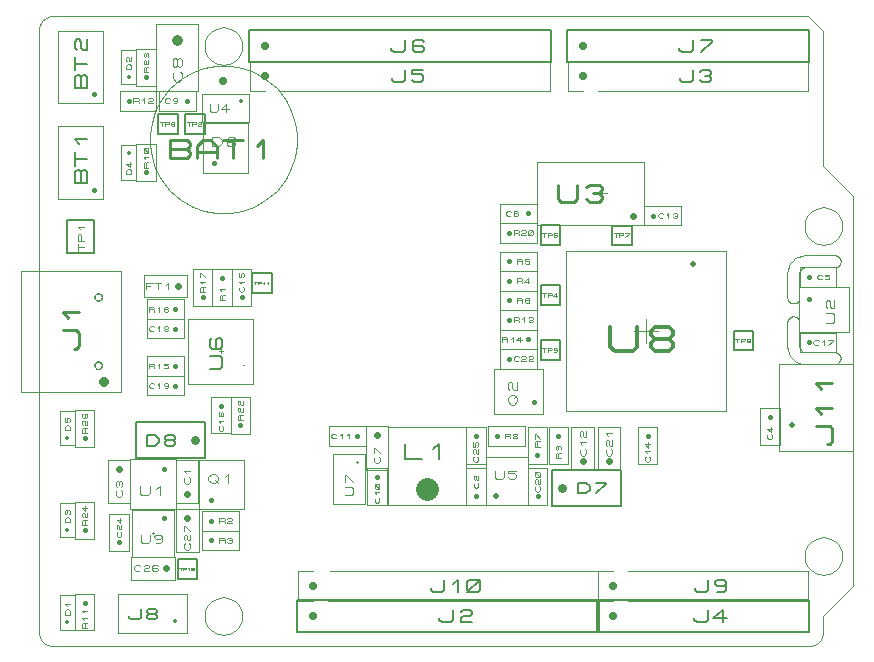
<source format=gbr>
G04 PROTEUS RS274X GERBER FILE*
%FSLAX45Y45*%
%MOMM*%
G01*
%ADD54C,0.025400*%
%ADD103C,0.180000*%
%ADD104C,0.170290*%
%ADD14C,0.400000*%
%ADD105C,0.167010*%
%ADD106C,0.320000*%
%ADD107C,0.066160*%
%ADD56C,0.152400*%
%ADD108C,0.088900*%
%ADD109C,0.420000*%
%ADD110C,0.066660*%
%ADD111C,0.558800*%
%ADD112C,0.083390*%
%ADD113C,0.360000*%
%ADD114C,0.150210*%
%ADD115C,0.640000*%
%ADD116C,0.177800*%
%ADD117C,0.480000*%
%ADD118C,0.112430*%
%ADD119C,1.935000*%
%ADD120C,0.211660*%
%ADD121C,0.495000*%
%ADD122C,0.338390*%
%ADD123C,0.396240*%
%ADD124C,0.124100*%
%ADD125C,0.050000*%
%ADD126C,0.037500*%
%ADD127C,0.168910*%
%ADD128C,0.571500*%
%ADD129C,0.238440*%
%ADD57C,0.101670*%
%ADD130C,0.251150*%
%ADD131C,0.914400*%
%ADD132C,0.270000*%
%ADD133C,0.109370*%
%ADD134C,0.840000*%
%ADD135C,0.234560*%
%ADD16C,0.600000*%
%ADD136C,0.540000*%
%ADD137C,0.230690*%
%ADD138C,0.760000*%
%ADD139C,0.148920*%
D54*
X+6800850Y+762000D02*
X+6800320Y+774958D01*
X+6796016Y+800876D01*
X+6787025Y+826794D01*
X+6772380Y+852712D01*
X+6749976Y+878466D01*
X+6724058Y+897958D01*
X+6698140Y+910530D01*
X+6672222Y+917866D01*
X+6646304Y+920694D01*
X+6642100Y+920750D01*
X+6483350Y+762000D02*
X+6483880Y+774958D01*
X+6488184Y+800876D01*
X+6497175Y+826794D01*
X+6511820Y+852712D01*
X+6534224Y+878466D01*
X+6560142Y+897958D01*
X+6586060Y+910530D01*
X+6611978Y+917866D01*
X+6637896Y+920694D01*
X+6642100Y+920750D01*
X+6483350Y+762000D02*
X+6483880Y+749042D01*
X+6488184Y+723124D01*
X+6497175Y+697206D01*
X+6511820Y+671288D01*
X+6534224Y+645534D01*
X+6560142Y+626042D01*
X+6586060Y+613470D01*
X+6611978Y+606134D01*
X+6637896Y+603306D01*
X+6642100Y+603250D01*
X+6800850Y+762000D02*
X+6800320Y+749042D01*
X+6796016Y+723124D01*
X+6787025Y+697206D01*
X+6772380Y+671288D01*
X+6749976Y+645534D01*
X+6724058Y+626042D01*
X+6698140Y+613470D01*
X+6672222Y+606134D01*
X+6646304Y+603306D01*
X+6642100Y+603250D01*
X+6800850Y+3556000D02*
X+6800320Y+3568958D01*
X+6796016Y+3594876D01*
X+6787025Y+3620794D01*
X+6772380Y+3646712D01*
X+6749976Y+3672466D01*
X+6724058Y+3691958D01*
X+6698140Y+3704530D01*
X+6672222Y+3711866D01*
X+6646304Y+3714694D01*
X+6642100Y+3714750D01*
X+6483350Y+3556000D02*
X+6483880Y+3568958D01*
X+6488184Y+3594876D01*
X+6497175Y+3620794D01*
X+6511820Y+3646712D01*
X+6534224Y+3672466D01*
X+6560142Y+3691958D01*
X+6586060Y+3704530D01*
X+6611978Y+3711866D01*
X+6637896Y+3714694D01*
X+6642100Y+3714750D01*
X+6483350Y+3556000D02*
X+6483880Y+3543042D01*
X+6488184Y+3517124D01*
X+6497175Y+3491206D01*
X+6511820Y+3465288D01*
X+6534224Y+3439534D01*
X+6560142Y+3420042D01*
X+6586060Y+3407470D01*
X+6611978Y+3400134D01*
X+6637896Y+3397306D01*
X+6642100Y+3397250D01*
X+6800850Y+3556000D02*
X+6800320Y+3543042D01*
X+6796016Y+3517124D01*
X+6787025Y+3491206D01*
X+6772380Y+3465288D01*
X+6749976Y+3439534D01*
X+6724058Y+3420042D01*
X+6698140Y+3407470D01*
X+6672222Y+3400134D01*
X+6646304Y+3397306D01*
X+6642100Y+3397250D01*
X+1720850Y+5080000D02*
X+1720320Y+5092958D01*
X+1716016Y+5118876D01*
X+1707025Y+5144794D01*
X+1692380Y+5170712D01*
X+1669976Y+5196466D01*
X+1644058Y+5215958D01*
X+1618140Y+5228530D01*
X+1592222Y+5235866D01*
X+1566304Y+5238694D01*
X+1562100Y+5238750D01*
X+1403350Y+5080000D02*
X+1403880Y+5092958D01*
X+1408184Y+5118876D01*
X+1417175Y+5144794D01*
X+1431820Y+5170712D01*
X+1454224Y+5196466D01*
X+1480142Y+5215958D01*
X+1506060Y+5228530D01*
X+1531978Y+5235866D01*
X+1557896Y+5238694D01*
X+1562100Y+5238750D01*
X+1403350Y+5080000D02*
X+1403880Y+5067042D01*
X+1408184Y+5041124D01*
X+1417175Y+5015206D01*
X+1431820Y+4989288D01*
X+1454224Y+4963534D01*
X+1480142Y+4944042D01*
X+1506060Y+4931470D01*
X+1531978Y+4924134D01*
X+1557896Y+4921306D01*
X+1562100Y+4921250D01*
X+1720850Y+5080000D02*
X+1720320Y+5067042D01*
X+1716016Y+5041124D01*
X+1707025Y+5015206D01*
X+1692380Y+4989288D01*
X+1669976Y+4963534D01*
X+1644058Y+4944042D01*
X+1618140Y+4931470D01*
X+1592222Y+4924134D01*
X+1566304Y+4921306D01*
X+1562100Y+4921250D01*
X+1720850Y+254000D02*
X+1720320Y+266958D01*
X+1716016Y+292876D01*
X+1707025Y+318794D01*
X+1692380Y+344712D01*
X+1669976Y+370466D01*
X+1644058Y+389958D01*
X+1618140Y+402530D01*
X+1592222Y+409866D01*
X+1566304Y+412694D01*
X+1562100Y+412750D01*
X+1403350Y+254000D02*
X+1403880Y+266958D01*
X+1408184Y+292876D01*
X+1417175Y+318794D01*
X+1431820Y+344712D01*
X+1454224Y+370466D01*
X+1480142Y+389958D01*
X+1506060Y+402530D01*
X+1531978Y+409866D01*
X+1557896Y+412694D01*
X+1562100Y+412750D01*
X+1403350Y+254000D02*
X+1403880Y+241042D01*
X+1408184Y+215124D01*
X+1417175Y+189206D01*
X+1431820Y+163288D01*
X+1454224Y+137534D01*
X+1480142Y+118042D01*
X+1506060Y+105470D01*
X+1531978Y+98134D01*
X+1557896Y+95306D01*
X+1562100Y+95250D01*
X+1720850Y+254000D02*
X+1720320Y+241042D01*
X+1716016Y+215124D01*
X+1707025Y+189206D01*
X+1692380Y+163288D01*
X+1669976Y+137534D01*
X+1644058Y+118042D01*
X+1618140Y+105470D01*
X+1592222Y+98134D01*
X+1566304Y+95306D01*
X+1562100Y+95250D01*
X+127000Y+0D02*
X+101032Y+2527D01*
X+77018Y+9798D01*
X+55423Y+21347D01*
X+36711Y+36711D01*
X+21348Y+55423D01*
X+9798Y+77018D01*
X+2527Y+101032D01*
X+0Y+127000D01*
X+0Y+5207000D01*
X+2527Y+5232967D01*
X+9798Y+5256981D01*
X+21348Y+5278577D01*
X+36711Y+5297289D01*
X+55423Y+5312652D01*
X+77018Y+5324202D01*
X+101032Y+5331473D01*
X+127000Y+5334000D01*
X+6515100Y+5334000D01*
X+6642100Y+5207000D01*
X+6642100Y+4064000D01*
X+6896100Y+3810000D01*
X+6896100Y+508000D01*
X+6642100Y+254000D01*
X+6642100Y+127000D01*
X+6639573Y+101032D01*
X+6632302Y+77018D01*
X+6620752Y+55423D01*
X+6605389Y+36711D01*
X+6586677Y+21347D01*
X+6565081Y+9798D01*
X+6541067Y+2527D01*
X+6515100Y+0D01*
X+127000Y+0D01*
X+1561200Y+2497250D02*
X+1521200Y+2497250D01*
X+1541200Y+2477250D02*
X+1541200Y+2517250D01*
X+1266200Y+2222250D02*
X+1816200Y+2222250D01*
X+1816200Y+2772250D01*
X+1266200Y+2772250D01*
X+1266200Y+2222250D01*
D103*
X+1736200Y+2377250D02*
X+1736200Y+2377250D01*
D104*
X+1444977Y+2343984D02*
X+1530125Y+2343984D01*
X+1547154Y+2363142D01*
X+1547154Y+2439775D01*
X+1530125Y+2458933D01*
X+1444977Y+2458933D01*
X+1462006Y+2612199D02*
X+1444977Y+2593041D01*
X+1444977Y+2535566D01*
X+1462006Y+2516408D01*
X+1530125Y+2516408D01*
X+1547154Y+2535566D01*
X+1547154Y+2593041D01*
X+1530125Y+2612199D01*
X+1513095Y+2612199D01*
X+1496065Y+2593041D01*
X+1496065Y+2516408D01*
D54*
X+161300Y+3789350D02*
X+546300Y+3789350D01*
X+546300Y+4399350D01*
X+161300Y+4399350D01*
X+161300Y+3789350D01*
D14*
X+466300Y+3864350D02*
X+466300Y+3864350D01*
D105*
X+403903Y+3917022D02*
X+303697Y+3917022D01*
X+303697Y+4010965D01*
X+320398Y+4029753D01*
X+337099Y+4029753D01*
X+353800Y+4010965D01*
X+370501Y+4029753D01*
X+387202Y+4029753D01*
X+403903Y+4010965D01*
X+403903Y+3917022D01*
X+353800Y+3917022D02*
X+353800Y+4010965D01*
X+303697Y+4067331D02*
X+303697Y+4180062D01*
X+303697Y+4123696D02*
X+403903Y+4123696D01*
X+337099Y+4255217D02*
X+303697Y+4292794D01*
X+403903Y+4292794D01*
D54*
X+161300Y+4595800D02*
X+546300Y+4595800D01*
X+546300Y+5205800D01*
X+161300Y+5205800D01*
X+161300Y+4595800D01*
D14*
X+466300Y+4670800D02*
X+466300Y+4670800D01*
D105*
X+403903Y+4723472D02*
X+303697Y+4723472D01*
X+303697Y+4817415D01*
X+320398Y+4836203D01*
X+337099Y+4836203D01*
X+353800Y+4817415D01*
X+370501Y+4836203D01*
X+387202Y+4836203D01*
X+403903Y+4817415D01*
X+403903Y+4723472D01*
X+353800Y+4723472D02*
X+353800Y+4817415D01*
X+303697Y+4873781D02*
X+303697Y+4986512D01*
X+303697Y+4930146D02*
X+403903Y+4930146D01*
X+320398Y+5042878D02*
X+303697Y+5061667D01*
X+303697Y+5118033D01*
X+320398Y+5136821D01*
X+337099Y+5136821D01*
X+353800Y+5118033D01*
X+353800Y+5061667D01*
X+370501Y+5042878D01*
X+403903Y+5042878D01*
X+403903Y+5136821D01*
D54*
X+698500Y+4756125D02*
X+825500Y+4756125D01*
X+825500Y+5048225D01*
X+698500Y+5048225D01*
X+698500Y+4756125D01*
D106*
X+762000Y+4819750D02*
X+762000Y+4819750D01*
D107*
X+781851Y+4883072D02*
X+742150Y+4883072D01*
X+742150Y+4912847D01*
X+755384Y+4927735D01*
X+768617Y+4927735D01*
X+781851Y+4912847D01*
X+781851Y+4883072D01*
X+748767Y+4950066D02*
X+742150Y+4957510D01*
X+742150Y+4979842D01*
X+748767Y+4987286D01*
X+755384Y+4987286D01*
X+762000Y+4979842D01*
X+762000Y+4957510D01*
X+768617Y+4950066D01*
X+781851Y+4950066D01*
X+781851Y+4987286D01*
D54*
X+177800Y+139575D02*
X+304800Y+139575D01*
X+304800Y+431675D01*
X+177800Y+431675D01*
X+177800Y+139575D01*
D106*
X+241300Y+203200D02*
X+241300Y+203200D01*
D107*
X+261151Y+266522D02*
X+221450Y+266522D01*
X+221450Y+296297D01*
X+234684Y+311185D01*
X+247917Y+311185D01*
X+261151Y+296297D01*
X+261151Y+266522D01*
X+234684Y+340960D02*
X+221450Y+355848D01*
X+261151Y+355848D01*
D56*
X+240030Y+3326130D02*
X+471170Y+3326130D01*
X+471170Y+3608070D01*
X+240030Y+3608070D01*
X+240030Y+3326130D01*
D108*
X+328930Y+3347085D02*
X+328930Y+3407092D01*
X+328930Y+3377088D02*
X+382270Y+3377088D01*
X+382270Y+3427095D02*
X+328930Y+3427095D01*
X+328930Y+3477101D01*
X+337820Y+3487102D01*
X+346710Y+3487102D01*
X+355600Y+3477101D01*
X+355600Y+3427095D01*
X+346710Y+3527107D02*
X+328930Y+3547110D01*
X+382270Y+3547110D01*
D54*
X+304805Y+908150D02*
X+469905Y+908150D01*
X+469905Y+1219300D01*
X+304805Y+1219300D01*
X+304805Y+908150D01*
D109*
X+387350Y+984350D02*
X+387350Y+984350D01*
D110*
X+407353Y+1022969D02*
X+367357Y+1022969D01*
X+367357Y+1060465D01*
X+374023Y+1067964D01*
X+380689Y+1067964D01*
X+387355Y+1060465D01*
X+387355Y+1022969D01*
X+387355Y+1060465D02*
X+394021Y+1067964D01*
X+407353Y+1067964D01*
X+374023Y+1090462D02*
X+367357Y+1097961D01*
X+367357Y+1120459D01*
X+374023Y+1127958D01*
X+380689Y+1127958D01*
X+387355Y+1120459D01*
X+387355Y+1097961D01*
X+394021Y+1090462D01*
X+407353Y+1090462D01*
X+407353Y+1127958D01*
X+394021Y+1187952D02*
X+394021Y+1142957D01*
X+367357Y+1172954D01*
X+407353Y+1172954D01*
D54*
X+304795Y+133250D02*
X+469895Y+133250D01*
X+469895Y+444400D01*
X+304795Y+444400D01*
X+304795Y+133250D01*
D109*
X+387350Y+368200D02*
X+387350Y+368200D01*
D110*
X+407343Y+149599D02*
X+367347Y+149599D01*
X+367347Y+187095D01*
X+374013Y+194594D01*
X+380679Y+194594D01*
X+387345Y+187095D01*
X+387345Y+149599D01*
X+387345Y+187095D02*
X+394011Y+194594D01*
X+407343Y+194594D01*
X+380679Y+224591D02*
X+367347Y+239590D01*
X+407343Y+239590D01*
X+380679Y+284585D02*
X+367347Y+299584D01*
X+407343Y+299584D01*
D54*
X+177800Y+920725D02*
X+304800Y+920725D01*
X+304800Y+1212825D01*
X+177800Y+1212825D01*
X+177800Y+920725D01*
D106*
X+241300Y+984350D02*
X+241300Y+984350D01*
D107*
X+261151Y+1047672D02*
X+221450Y+1047672D01*
X+221450Y+1077447D01*
X+234684Y+1092335D01*
X+247917Y+1092335D01*
X+261151Y+1077447D01*
X+261151Y+1047672D01*
X+228067Y+1114666D02*
X+221450Y+1122110D01*
X+221450Y+1144442D01*
X+228067Y+1151886D01*
X+234684Y+1151886D01*
X+241300Y+1144442D01*
X+247917Y+1151886D01*
X+254534Y+1151886D01*
X+261151Y+1144442D01*
X+261151Y+1122110D01*
X+254534Y+1114666D01*
X+241300Y+1129554D02*
X+241300Y+1144442D01*
D54*
X+914400Y+2604255D02*
X+1225550Y+2604255D01*
X+1225550Y+2769355D01*
X+914400Y+2769355D01*
X+914400Y+2604255D01*
D109*
X+1149350Y+2686800D02*
X+1149350Y+2686800D01*
D110*
X+975744Y+2673473D02*
X+968245Y+2666807D01*
X+945747Y+2666807D01*
X+930749Y+2680139D01*
X+930749Y+2693471D01*
X+945747Y+2706803D01*
X+968245Y+2706803D01*
X+975744Y+2700137D01*
X+1005741Y+2693471D02*
X+1020740Y+2706803D01*
X+1020740Y+2666807D01*
X+1065735Y+2686805D02*
X+1058236Y+2693471D01*
X+1058236Y+2700137D01*
X+1065735Y+2706803D01*
X+1088233Y+2706803D01*
X+1095732Y+2700137D01*
X+1095732Y+2693471D01*
X+1088233Y+2686805D01*
X+1065735Y+2686805D01*
X+1058236Y+2680139D01*
X+1058236Y+2673473D01*
X+1065735Y+2666807D01*
X+1088233Y+2666807D01*
X+1095732Y+2673473D01*
X+1095732Y+2680139D01*
X+1088233Y+2686805D01*
D54*
X+1469445Y+2882750D02*
X+1634545Y+2882750D01*
X+1634545Y+3193900D01*
X+1469445Y+3193900D01*
X+1469445Y+2882750D01*
D109*
X+1552000Y+3117700D02*
X+1552000Y+3117700D01*
D110*
X+1571993Y+2929096D02*
X+1531997Y+2929096D01*
X+1531997Y+2966592D01*
X+1538663Y+2974091D01*
X+1545329Y+2974091D01*
X+1551995Y+2966592D01*
X+1551995Y+2929096D01*
X+1551995Y+2966592D02*
X+1558661Y+2974091D01*
X+1571993Y+2974091D01*
X+1545329Y+3004088D02*
X+1531997Y+3019087D01*
X+1571993Y+3019087D01*
D54*
X+304805Y+1689200D02*
X+469905Y+1689200D01*
X+469905Y+2000350D01*
X+304805Y+2000350D01*
X+304805Y+1689200D01*
D109*
X+387350Y+1765400D02*
X+387350Y+1765400D01*
D110*
X+407353Y+1804019D02*
X+367357Y+1804019D01*
X+367357Y+1841515D01*
X+374023Y+1849014D01*
X+380689Y+1849014D01*
X+387355Y+1841515D01*
X+387355Y+1804019D01*
X+387355Y+1841515D02*
X+394021Y+1849014D01*
X+407353Y+1849014D01*
X+374023Y+1871512D02*
X+367357Y+1879011D01*
X+367357Y+1901509D01*
X+374023Y+1909008D01*
X+380689Y+1909008D01*
X+387355Y+1901509D01*
X+387355Y+1879011D01*
X+394021Y+1871512D01*
X+407353Y+1871512D01*
X+407353Y+1909008D01*
X+374023Y+1969002D02*
X+367357Y+1961503D01*
X+367357Y+1939005D01*
X+374023Y+1931506D01*
X+400687Y+1931506D01*
X+407353Y+1939005D01*
X+407353Y+1961503D01*
X+400687Y+1969002D01*
X+394021Y+1969002D01*
X+387355Y+1961503D01*
X+387355Y+1931506D01*
D54*
X+825505Y+3935750D02*
X+990605Y+3935750D01*
X+990605Y+4246900D01*
X+825505Y+4246900D01*
X+825505Y+3935750D01*
D109*
X+908050Y+4011950D02*
X+908050Y+4011950D01*
D110*
X+928053Y+4050569D02*
X+888057Y+4050569D01*
X+888057Y+4088065D01*
X+894723Y+4095564D01*
X+901389Y+4095564D01*
X+908055Y+4088065D01*
X+908055Y+4050569D01*
X+908055Y+4088065D02*
X+914721Y+4095564D01*
X+928053Y+4095564D01*
X+901389Y+4125561D02*
X+888057Y+4140560D01*
X+928053Y+4140560D01*
X+921387Y+4170557D02*
X+894723Y+4170557D01*
X+888057Y+4178056D01*
X+888057Y+4208053D01*
X+894723Y+4215552D01*
X+921387Y+4215552D01*
X+928053Y+4208053D01*
X+928053Y+4178056D01*
X+921387Y+4170557D01*
X+928053Y+4170557D02*
X+888057Y+4215552D01*
D54*
X+698500Y+3949725D02*
X+825500Y+3949725D01*
X+825500Y+4241825D01*
X+698500Y+4241825D01*
X+698500Y+3949725D01*
D106*
X+762000Y+4178200D02*
X+762000Y+4178200D01*
D107*
X+781851Y+3995776D02*
X+742150Y+3995776D01*
X+742150Y+4025551D01*
X+755384Y+4040439D01*
X+768617Y+4040439D01*
X+781851Y+4025551D01*
X+781851Y+3995776D01*
X+768617Y+4099990D02*
X+768617Y+4055327D01*
X+742150Y+4085102D01*
X+781851Y+4085102D01*
D54*
X+914400Y+2121655D02*
X+1225550Y+2121655D01*
X+1225550Y+2286755D01*
X+914400Y+2286755D01*
X+914400Y+2121655D01*
D109*
X+1149350Y+2204200D02*
X+1149350Y+2204200D01*
D110*
X+975744Y+2190873D02*
X+968245Y+2184207D01*
X+945747Y+2184207D01*
X+930749Y+2197539D01*
X+930749Y+2210871D01*
X+945747Y+2224203D01*
X+968245Y+2224203D01*
X+975744Y+2217537D01*
X+1005741Y+2210871D02*
X+1020740Y+2224203D01*
X+1020740Y+2184207D01*
X+1095732Y+2210871D02*
X+1088233Y+2204205D01*
X+1065735Y+2204205D01*
X+1058236Y+2210871D01*
X+1058236Y+2217537D01*
X+1065735Y+2224203D01*
X+1088233Y+2224203D01*
X+1095732Y+2217537D01*
X+1095732Y+2190873D01*
X+1088233Y+2184207D01*
X+1065735Y+2184207D01*
D54*
X+1458645Y+1800600D02*
X+1623745Y+1800600D01*
X+1623745Y+2111750D01*
X+1458645Y+2111750D01*
X+1458645Y+1800600D01*
D109*
X+1541200Y+2035550D02*
X+1541200Y+2035550D01*
D110*
X+1554527Y+1861944D02*
X+1561193Y+1854445D01*
X+1561193Y+1831947D01*
X+1547861Y+1816949D01*
X+1534529Y+1816949D01*
X+1521197Y+1831947D01*
X+1521197Y+1854445D01*
X+1527863Y+1861944D01*
X+1534529Y+1891941D02*
X+1521197Y+1906940D01*
X+1561193Y+1906940D01*
X+1527863Y+1981932D02*
X+1521197Y+1974433D01*
X+1521197Y+1951935D01*
X+1527863Y+1944436D01*
X+1554527Y+1944436D01*
X+1561193Y+1951935D01*
X+1561193Y+1974433D01*
X+1554527Y+1981932D01*
X+1547861Y+1981932D01*
X+1541195Y+1974433D01*
X+1541195Y+1944436D01*
D54*
X+1623755Y+1799350D02*
X+1788855Y+1799350D01*
X+1788855Y+2110500D01*
X+1623755Y+2110500D01*
X+1623755Y+1799350D01*
D109*
X+1706300Y+1875550D02*
X+1706300Y+1875550D01*
D110*
X+1726303Y+1914169D02*
X+1686307Y+1914169D01*
X+1686307Y+1951665D01*
X+1692973Y+1959164D01*
X+1699639Y+1959164D01*
X+1706305Y+1951665D01*
X+1706305Y+1914169D01*
X+1706305Y+1951665D02*
X+1712971Y+1959164D01*
X+1726303Y+1959164D01*
X+1692973Y+1981662D02*
X+1686307Y+1989161D01*
X+1686307Y+2011659D01*
X+1692973Y+2019158D01*
X+1699639Y+2019158D01*
X+1706305Y+2011659D01*
X+1706305Y+1989161D01*
X+1712971Y+1981662D01*
X+1726303Y+1981662D01*
X+1726303Y+2019158D01*
X+1692973Y+2041656D02*
X+1686307Y+2049155D01*
X+1686307Y+2071653D01*
X+1692973Y+2079152D01*
X+1699639Y+2079152D01*
X+1706305Y+2071653D01*
X+1706305Y+2049155D01*
X+1712971Y+2041656D01*
X+1726303Y+2041656D01*
X+1726303Y+2079152D01*
D54*
X+3905250Y+3581405D02*
X+4216400Y+3581405D01*
X+4216400Y+3746505D01*
X+3905250Y+3746505D01*
X+3905250Y+3581405D01*
D109*
X+4140200Y+3663950D02*
X+4140200Y+3663950D01*
D110*
X+3996591Y+3650623D02*
X+3989092Y+3643957D01*
X+3966594Y+3643957D01*
X+3951596Y+3657289D01*
X+3951596Y+3670621D01*
X+3966594Y+3683953D01*
X+3989092Y+3683953D01*
X+3996591Y+3677287D01*
X+4056585Y+3677287D02*
X+4049086Y+3683953D01*
X+4026588Y+3683953D01*
X+4019089Y+3677287D01*
X+4019089Y+3650623D01*
X+4026588Y+3643957D01*
X+4049086Y+3643957D01*
X+4056585Y+3650623D01*
X+4056585Y+3657289D01*
X+4049086Y+3663955D01*
X+4019089Y+3663955D01*
D54*
X+1160780Y+1210405D02*
X+1351280Y+1210405D01*
X+1351280Y+1578705D01*
X+1160780Y+1578705D01*
X+1160780Y+1210405D01*
D111*
X+1256030Y+1286610D02*
X+1256030Y+1286610D01*
D112*
X+1272709Y+1428498D02*
X+1281048Y+1419116D01*
X+1281048Y+1390970D01*
X+1264369Y+1372207D01*
X+1247690Y+1372207D01*
X+1231011Y+1390970D01*
X+1231011Y+1419116D01*
X+1239351Y+1428498D01*
X+1247690Y+1466025D02*
X+1231011Y+1484789D01*
X+1281048Y+1484789D01*
D54*
X+666750Y+106600D02*
X+1250950Y+106600D01*
X+1250950Y+436800D01*
X+666750Y+436800D01*
X+666750Y+106600D01*
D113*
X+1149350Y+208200D02*
X+1149350Y+208200D01*
D114*
X+763226Y+256679D02*
X+763226Y+241658D01*
X+780124Y+226637D01*
X+847719Y+226637D01*
X+864617Y+241658D01*
X+864617Y+316763D01*
X+932212Y+271700D02*
X+915313Y+286721D01*
X+915313Y+301742D01*
X+932212Y+316763D01*
X+982908Y+316763D01*
X+999806Y+301742D01*
X+999806Y+286721D01*
X+982908Y+271700D01*
X+932212Y+271700D01*
X+915313Y+256679D01*
X+915313Y+241658D01*
X+932212Y+226637D01*
X+982908Y+226637D01*
X+999806Y+241658D01*
X+999806Y+256679D01*
X+982908Y+271700D01*
D54*
X+1634555Y+2881500D02*
X+1799655Y+2881500D01*
X+1799655Y+3192650D01*
X+1634555Y+3192650D01*
X+1634555Y+2881500D01*
D109*
X+1717100Y+2957700D02*
X+1717100Y+2957700D01*
D110*
X+1730437Y+3041314D02*
X+1737103Y+3033815D01*
X+1737103Y+3011317D01*
X+1723771Y+2996319D01*
X+1710439Y+2996319D01*
X+1697107Y+3011317D01*
X+1697107Y+3033815D01*
X+1703773Y+3041314D01*
X+1710439Y+3071311D02*
X+1697107Y+3086310D01*
X+1737103Y+3086310D01*
X+1697107Y+3161302D02*
X+1697107Y+3123806D01*
X+1710439Y+3123806D01*
X+1710439Y+3153803D01*
X+1717105Y+3161302D01*
X+1730437Y+3161302D01*
X+1737103Y+3153803D01*
X+1737103Y+3131305D01*
X+1730437Y+3123806D01*
D56*
X+4729480Y+119380D02*
X+6522720Y+119380D01*
X+6522720Y+388620D01*
X+4729480Y+388620D01*
X+4729480Y+119380D01*
D115*
X+4864100Y+254000D02*
X+4864100Y+254000D01*
D116*
X+5549390Y+236220D02*
X+5549390Y+218440D01*
X+5569392Y+200660D01*
X+5649402Y+200660D01*
X+5669405Y+218440D01*
X+5669405Y+307340D01*
X+5829425Y+236220D02*
X+5709410Y+236220D01*
X+5789420Y+307340D01*
X+5789420Y+200660D01*
D56*
X+2189480Y+119380D02*
X+4744720Y+119380D01*
X+4744720Y+388620D01*
X+2189480Y+388620D01*
X+2189480Y+119380D01*
D115*
X+2324100Y+254000D02*
X+2324100Y+254000D01*
D116*
X+3390390Y+236220D02*
X+3390390Y+218440D01*
X+3410392Y+200660D01*
X+3490402Y+200660D01*
X+3510405Y+218440D01*
X+3510405Y+307340D01*
X+3570412Y+289560D02*
X+3590415Y+307340D01*
X+3650422Y+307340D01*
X+3670425Y+289560D01*
X+3670425Y+271780D01*
X+3650422Y+254000D01*
X+3590415Y+254000D01*
X+3570412Y+236220D01*
X+3570412Y+200660D01*
X+3670425Y+200660D01*
D56*
X+1783080Y+4945380D02*
X+4338320Y+4945380D01*
X+4338320Y+5214620D01*
X+1783080Y+5214620D01*
X+1783080Y+4945380D01*
D115*
X+1917700Y+5080000D02*
X+1917700Y+5080000D01*
D116*
X+2983990Y+5062220D02*
X+2983990Y+5044440D01*
X+3003992Y+5026660D01*
X+3084002Y+5026660D01*
X+3104005Y+5044440D01*
X+3104005Y+5133340D01*
X+3264025Y+5115560D02*
X+3244022Y+5133340D01*
X+3184015Y+5133340D01*
X+3164012Y+5115560D01*
X+3164012Y+5044440D01*
X+3184015Y+5026660D01*
X+3244022Y+5026660D01*
X+3264025Y+5044440D01*
X+3264025Y+5062220D01*
X+3244022Y+5080000D01*
X+3164012Y+5080000D01*
D56*
X+4475480Y+4945380D02*
X+6522720Y+4945380D01*
X+6522720Y+5214620D01*
X+4475480Y+5214620D01*
X+4475480Y+4945380D01*
D115*
X+4610100Y+5080000D02*
X+4610100Y+5080000D01*
D116*
X+5422390Y+5062220D02*
X+5422390Y+5044440D01*
X+5442392Y+5026660D01*
X+5522402Y+5026660D01*
X+5542405Y+5044440D01*
X+5542405Y+5133340D01*
X+5602412Y+5133340D02*
X+5702425Y+5133340D01*
X+5702425Y+5115560D01*
X+5602412Y+5026660D01*
D54*
X+3787650Y+1195000D02*
X+4137650Y+1195000D01*
X+4137650Y+1605000D01*
X+3787650Y+1605000D01*
X+3787650Y+1195000D01*
D117*
X+3867650Y+1270000D02*
X+3867650Y+1270000D01*
D118*
X+3861461Y+1483865D02*
X+3861461Y+1427648D01*
X+3874109Y+1416405D01*
X+3924704Y+1416405D01*
X+3937352Y+1427648D01*
X+3937352Y+1483865D01*
X+4038541Y+1483865D02*
X+3975298Y+1483865D01*
X+3975298Y+1461378D01*
X+4025893Y+1461378D01*
X+4038541Y+1450135D01*
X+4038541Y+1427648D01*
X+4025893Y+1416405D01*
X+3987947Y+1416405D01*
X+3975298Y+1427648D01*
D54*
X+2959300Y+1196000D02*
X+3619300Y+1196000D01*
X+3619300Y+1856000D01*
X+2959300Y+1856000D01*
X+2959300Y+1196000D01*
D119*
X+3289300Y+1333500D02*
X+3289300Y+1333500D01*
D120*
X+3098805Y+1707258D02*
X+3098805Y+1580261D01*
X+3241676Y+1580261D01*
X+3336923Y+1664926D02*
X+3384547Y+1707258D01*
X+3384547Y+1580261D01*
D54*
X+5141650Y+2766999D02*
X+5141650Y+2566999D01*
X+5241650Y+2666999D02*
X+5041650Y+2666999D01*
X+4461650Y+1986999D02*
X+5821650Y+1986999D01*
X+5821650Y+3346999D01*
X+4461650Y+3346999D01*
X+4461650Y+1986999D01*
D121*
X+5541650Y+3236999D02*
X+5541650Y+3236999D01*
D122*
X+4837094Y+2700507D02*
X+4837094Y+2531309D01*
X+4875163Y+2497470D01*
X+5027441Y+2497470D01*
X+5065511Y+2531309D01*
X+5065511Y+2700507D01*
X+5217789Y+2598989D02*
X+5179719Y+2632828D01*
X+5179719Y+2666668D01*
X+5217789Y+2700507D01*
X+5331997Y+2700507D01*
X+5370067Y+2666668D01*
X+5370067Y+2632828D01*
X+5331997Y+2598989D01*
X+5217789Y+2598989D01*
X+5179719Y+2565149D01*
X+5179719Y+2531309D01*
X+5217789Y+2497470D01*
X+5331997Y+2497470D01*
X+5370067Y+2531309D01*
X+5370067Y+2565149D01*
X+5331997Y+2598989D01*
D54*
X+4140205Y+1193800D02*
X+4305305Y+1193800D01*
X+4305305Y+1504950D01*
X+4140205Y+1504950D01*
X+4140205Y+1193800D01*
D109*
X+4222750Y+1270000D02*
X+4222750Y+1270000D01*
D110*
X+4236087Y+1353614D02*
X+4242753Y+1346115D01*
X+4242753Y+1323617D01*
X+4229421Y+1308619D01*
X+4216089Y+1308619D01*
X+4202757Y+1323617D01*
X+4202757Y+1346115D01*
X+4209423Y+1353614D01*
X+4209423Y+1376112D02*
X+4202757Y+1383611D01*
X+4202757Y+1406109D01*
X+4209423Y+1413608D01*
X+4216089Y+1413608D01*
X+4222755Y+1406109D01*
X+4222755Y+1383611D01*
X+4229421Y+1376112D01*
X+4242753Y+1376112D01*
X+4242753Y+1413608D01*
X+4236087Y+1428607D02*
X+4209423Y+1428607D01*
X+4202757Y+1436106D01*
X+4202757Y+1466103D01*
X+4209423Y+1473602D01*
X+4236087Y+1473602D01*
X+4242753Y+1466103D01*
X+4242753Y+1436106D01*
X+4236087Y+1428607D01*
X+4242753Y+1428607D02*
X+4202757Y+1473602D01*
D54*
X+4730750Y+1488435D02*
X+4921250Y+1488435D01*
X+4921250Y+1856735D01*
X+4730750Y+1856735D01*
X+4730750Y+1488435D01*
D111*
X+4826000Y+1564640D02*
X+4826000Y+1564640D01*
D112*
X+4842679Y+1669001D02*
X+4851018Y+1659619D01*
X+4851018Y+1631473D01*
X+4834339Y+1612710D01*
X+4817660Y+1612710D01*
X+4800981Y+1631473D01*
X+4800981Y+1659619D01*
X+4809321Y+1669001D01*
X+4809321Y+1697146D02*
X+4800981Y+1706528D01*
X+4800981Y+1734674D01*
X+4809321Y+1744056D01*
X+4817660Y+1744056D01*
X+4826000Y+1734674D01*
X+4826000Y+1706528D01*
X+4834339Y+1697146D01*
X+4851018Y+1697146D01*
X+4851018Y+1744056D01*
X+4817660Y+1781583D02*
X+4800981Y+1800347D01*
X+4851018Y+1800347D01*
D54*
X+3619505Y+1193800D02*
X+3784605Y+1193800D01*
X+3784605Y+1504950D01*
X+3619505Y+1504950D01*
X+3619505Y+1193800D01*
D109*
X+3702050Y+1270000D02*
X+3702050Y+1270000D01*
D110*
X+3715387Y+1383611D02*
X+3722053Y+1376112D01*
X+3722053Y+1353614D01*
X+3708721Y+1338616D01*
X+3695389Y+1338616D01*
X+3682057Y+1353614D01*
X+3682057Y+1376112D01*
X+3688723Y+1383611D01*
X+3688723Y+1406109D02*
X+3682057Y+1413608D01*
X+3682057Y+1436106D01*
X+3688723Y+1443605D01*
X+3695389Y+1443605D01*
X+3702055Y+1436106D01*
X+3702055Y+1413608D01*
X+3708721Y+1406109D01*
X+3722053Y+1406109D01*
X+3722053Y+1443605D01*
D54*
X+4508500Y+1488435D02*
X+4699000Y+1488435D01*
X+4699000Y+1856735D01*
X+4508500Y+1856735D01*
X+4508500Y+1488435D01*
D111*
X+4603750Y+1564640D02*
X+4603750Y+1564640D01*
D112*
X+4620429Y+1669001D02*
X+4628768Y+1659619D01*
X+4628768Y+1631473D01*
X+4612089Y+1612710D01*
X+4595410Y+1612710D01*
X+4578731Y+1631473D01*
X+4578731Y+1659619D01*
X+4587071Y+1669001D01*
X+4595410Y+1706528D02*
X+4578731Y+1725292D01*
X+4628768Y+1725292D01*
X+4587071Y+1772201D02*
X+4578731Y+1781583D01*
X+4578731Y+1809729D01*
X+4587071Y+1819111D01*
X+4595410Y+1819111D01*
X+4603750Y+1809729D01*
X+4603750Y+1781583D01*
X+4612089Y+1772201D01*
X+4628768Y+1772201D01*
X+4628768Y+1819111D01*
D54*
X+4137605Y+1542550D02*
X+4302705Y+1542550D01*
X+4302705Y+1853700D01*
X+4137605Y+1853700D01*
X+4137605Y+1542550D01*
D109*
X+4220150Y+1618750D02*
X+4220150Y+1618750D01*
D110*
X+4240153Y+1687366D02*
X+4200157Y+1687366D01*
X+4200157Y+1724862D01*
X+4206823Y+1732361D01*
X+4213489Y+1732361D01*
X+4220155Y+1724862D01*
X+4220155Y+1687366D01*
X+4220155Y+1724862D02*
X+4226821Y+1732361D01*
X+4240153Y+1732361D01*
X+4200157Y+1754859D02*
X+4200157Y+1792355D01*
X+4206823Y+1792355D01*
X+4240153Y+1754859D01*
D54*
X+3801050Y+1696195D02*
X+4112200Y+1696195D01*
X+4112200Y+1861295D01*
X+3801050Y+1861295D01*
X+3801050Y+1696195D01*
D109*
X+3877250Y+1778750D02*
X+3877250Y+1778750D01*
D110*
X+3945866Y+1758747D02*
X+3945866Y+1798743D01*
X+3983362Y+1798743D01*
X+3990861Y+1792077D01*
X+3990861Y+1785411D01*
X+3983362Y+1778745D01*
X+3945866Y+1778745D01*
X+3983362Y+1778745D02*
X+3990861Y+1772079D01*
X+3990861Y+1758747D01*
X+4020858Y+1778745D02*
X+4013359Y+1785411D01*
X+4013359Y+1792077D01*
X+4020858Y+1798743D01*
X+4043356Y+1798743D01*
X+4050855Y+1792077D01*
X+4050855Y+1785411D01*
X+4043356Y+1778745D01*
X+4020858Y+1778745D01*
X+4013359Y+1772079D01*
X+4013359Y+1765413D01*
X+4020858Y+1758747D01*
X+4043356Y+1758747D01*
X+4050855Y+1765413D01*
X+4050855Y+1772079D01*
X+4043356Y+1778745D01*
D54*
X+4315395Y+1543800D02*
X+4480495Y+1543800D01*
X+4480495Y+1854950D01*
X+4315395Y+1854950D01*
X+4315395Y+1543800D01*
D109*
X+4397950Y+1778750D02*
X+4397950Y+1778750D01*
D110*
X+4417943Y+1590146D02*
X+4377947Y+1590146D01*
X+4377947Y+1627642D01*
X+4384613Y+1635141D01*
X+4391279Y+1635141D01*
X+4397945Y+1627642D01*
X+4397945Y+1590146D01*
X+4397945Y+1627642D02*
X+4404611Y+1635141D01*
X+4417943Y+1635141D01*
X+4391279Y+1695135D02*
X+4397945Y+1687636D01*
X+4397945Y+1665138D01*
X+4391279Y+1657639D01*
X+4384613Y+1657639D01*
X+4377947Y+1665138D01*
X+4377947Y+1687636D01*
X+4384613Y+1695135D01*
X+4411277Y+1695135D01*
X+4417943Y+1687636D01*
X+4417943Y+1665138D01*
D54*
X+3616895Y+1543800D02*
X+3781995Y+1543800D01*
X+3781995Y+1854950D01*
X+3616895Y+1854950D01*
X+3616895Y+1543800D01*
D109*
X+3699450Y+1778750D02*
X+3699450Y+1778750D01*
D110*
X+3712777Y+1605144D02*
X+3719443Y+1597645D01*
X+3719443Y+1575147D01*
X+3706111Y+1560149D01*
X+3692779Y+1560149D01*
X+3679447Y+1575147D01*
X+3679447Y+1597645D01*
X+3686113Y+1605144D01*
X+3686113Y+1627642D02*
X+3679447Y+1635141D01*
X+3679447Y+1657639D01*
X+3686113Y+1665138D01*
X+3692779Y+1665138D01*
X+3699445Y+1657639D01*
X+3699445Y+1635141D01*
X+3706111Y+1627642D01*
X+3719443Y+1627642D01*
X+3719443Y+1665138D01*
X+3679447Y+1725132D02*
X+3679447Y+1687636D01*
X+3692779Y+1687636D01*
X+3692779Y+1717633D01*
X+3699445Y+1725132D01*
X+3712777Y+1725132D01*
X+3719443Y+1717633D01*
X+3719443Y+1695135D01*
X+3712777Y+1687636D01*
D54*
X+1384300Y+812895D02*
X+1695450Y+812895D01*
X+1695450Y+977995D01*
X+1384300Y+977995D01*
X+1384300Y+812895D01*
D109*
X+1460500Y+895450D02*
X+1460500Y+895450D01*
D110*
X+1529116Y+875447D02*
X+1529116Y+915443D01*
X+1566612Y+915443D01*
X+1574111Y+908777D01*
X+1574111Y+902111D01*
X+1566612Y+895445D01*
X+1529116Y+895445D01*
X+1566612Y+895445D02*
X+1574111Y+888779D01*
X+1574111Y+875447D01*
X+1596609Y+908777D02*
X+1604108Y+915443D01*
X+1626606Y+915443D01*
X+1634105Y+908777D01*
X+1634105Y+902111D01*
X+1626606Y+895445D01*
X+1634105Y+888779D01*
X+1634105Y+882113D01*
X+1626606Y+875447D01*
X+1604108Y+875447D01*
X+1596609Y+882113D01*
X+1611607Y+895445D02*
X+1626606Y+895445D01*
D54*
X+825505Y+4742200D02*
X+990605Y+4742200D01*
X+990605Y+5053350D01*
X+825505Y+5053350D01*
X+825505Y+4742200D01*
D109*
X+908050Y+4818400D02*
X+908050Y+4818400D01*
D110*
X+928053Y+4857019D02*
X+888057Y+4857019D01*
X+888057Y+4894515D01*
X+894723Y+4902014D01*
X+901389Y+4902014D01*
X+908055Y+4894515D01*
X+908055Y+4857019D01*
X+908055Y+4894515D02*
X+914721Y+4902014D01*
X+928053Y+4902014D01*
X+894723Y+4924512D02*
X+888057Y+4932011D01*
X+888057Y+4954509D01*
X+894723Y+4962008D01*
X+901389Y+4962008D01*
X+908055Y+4954509D01*
X+908055Y+4932011D01*
X+914721Y+4924512D01*
X+928053Y+4924512D01*
X+928053Y+4962008D01*
X+894723Y+4984506D02*
X+888057Y+4992005D01*
X+888057Y+5014503D01*
X+894723Y+5022002D01*
X+901389Y+5022002D01*
X+908055Y+5014503D01*
X+914721Y+5022002D01*
X+921387Y+5022002D01*
X+928053Y+5014503D01*
X+928053Y+4992005D01*
X+921387Y+4984506D01*
X+908055Y+4999504D02*
X+908055Y+5014503D01*
D54*
X+3904000Y+3009895D02*
X+4215150Y+3009895D01*
X+4215150Y+3174995D01*
X+3904000Y+3174995D01*
X+3904000Y+3009895D01*
D109*
X+3980200Y+3092450D02*
X+3980200Y+3092450D01*
D110*
X+4048816Y+3072447D02*
X+4048816Y+3112443D01*
X+4086312Y+3112443D01*
X+4093811Y+3105777D01*
X+4093811Y+3099111D01*
X+4086312Y+3092445D01*
X+4048816Y+3092445D01*
X+4086312Y+3092445D02*
X+4093811Y+3085779D01*
X+4093811Y+3072447D01*
X+4153805Y+3085779D02*
X+4108810Y+3085779D01*
X+4138807Y+3112443D01*
X+4138807Y+3072447D01*
D54*
X+3904000Y+3174995D02*
X+4215150Y+3174995D01*
X+4215150Y+3340095D01*
X+3904000Y+3340095D01*
X+3904000Y+3174995D01*
D109*
X+3980200Y+3257550D02*
X+3980200Y+3257550D01*
D110*
X+4048816Y+3237547D02*
X+4048816Y+3277543D01*
X+4086312Y+3277543D01*
X+4093811Y+3270877D01*
X+4093811Y+3264211D01*
X+4086312Y+3257545D01*
X+4048816Y+3257545D01*
X+4086312Y+3257545D02*
X+4093811Y+3250879D01*
X+4093811Y+3237547D01*
X+4153805Y+3277543D02*
X+4116309Y+3277543D01*
X+4116309Y+3264211D01*
X+4146306Y+3264211D01*
X+4153805Y+3257545D01*
X+4153805Y+3244213D01*
X+4146306Y+3237547D01*
X+4123808Y+3237547D01*
X+4116309Y+3244213D01*
D54*
X+3904000Y+2844795D02*
X+4215150Y+2844795D01*
X+4215150Y+3009895D01*
X+3904000Y+3009895D01*
X+3904000Y+2844795D01*
D109*
X+3980200Y+2927350D02*
X+3980200Y+2927350D01*
D110*
X+4048816Y+2907347D02*
X+4048816Y+2947343D01*
X+4086312Y+2947343D01*
X+4093811Y+2940677D01*
X+4093811Y+2934011D01*
X+4086312Y+2927345D01*
X+4048816Y+2927345D01*
X+4086312Y+2927345D02*
X+4093811Y+2920679D01*
X+4093811Y+2907347D01*
X+4153805Y+2940677D02*
X+4146306Y+2947343D01*
X+4123808Y+2947343D01*
X+4116309Y+2940677D01*
X+4116309Y+2914013D01*
X+4123808Y+2907347D01*
X+4146306Y+2907347D01*
X+4153805Y+2914013D01*
X+4153805Y+2920679D01*
X+4146306Y+2927345D01*
X+4116309Y+2927345D01*
D54*
X+6441900Y+3041644D02*
X+6753050Y+3041644D01*
X+6753050Y+3206744D01*
X+6441900Y+3206744D01*
X+6441900Y+3041644D01*
D109*
X+6518100Y+3124199D02*
X+6518100Y+3124199D01*
D110*
X+6631711Y+3110862D02*
X+6624212Y+3104196D01*
X+6601714Y+3104196D01*
X+6586716Y+3117528D01*
X+6586716Y+3130860D01*
X+6601714Y+3144192D01*
X+6624212Y+3144192D01*
X+6631711Y+3137526D01*
X+6691705Y+3144192D02*
X+6654209Y+3144192D01*
X+6654209Y+3130860D01*
X+6684206Y+3130860D01*
X+6691705Y+3124194D01*
X+6691705Y+3110862D01*
X+6684206Y+3104196D01*
X+6661708Y+3104196D01*
X+6654209Y+3110862D01*
D54*
X+6438100Y+2655049D02*
X+6858100Y+2655049D01*
X+6858100Y+3040049D01*
X+6438100Y+3040049D01*
X+6438100Y+2655049D01*
D123*
X+6518100Y+2940049D02*
X+6518100Y+2940049D01*
D124*
X+6661411Y+2735859D02*
X+6723461Y+2735859D01*
X+6735871Y+2749820D01*
X+6735871Y+2805665D01*
X+6723461Y+2819626D01*
X+6661411Y+2819626D01*
X+6673821Y+2861510D02*
X+6661411Y+2875471D01*
X+6661411Y+2917355D01*
X+6673821Y+2931316D01*
X+6686231Y+2931316D01*
X+6698641Y+2917355D01*
X+6698641Y+2875471D01*
X+6711051Y+2861510D01*
X+6735871Y+2861510D01*
X+6735871Y+2931316D01*
D54*
X+5125700Y+3562345D02*
X+5436850Y+3562345D01*
X+5436850Y+3727445D01*
X+5125700Y+3727445D01*
X+5125700Y+3562345D01*
D109*
X+5201900Y+3644900D02*
X+5201900Y+3644900D01*
D110*
X+5285514Y+3631563D02*
X+5278015Y+3624897D01*
X+5255517Y+3624897D01*
X+5240519Y+3638229D01*
X+5240519Y+3651561D01*
X+5255517Y+3664893D01*
X+5278015Y+3664893D01*
X+5285514Y+3658227D01*
X+5315511Y+3651561D02*
X+5330510Y+3664893D01*
X+5330510Y+3624897D01*
X+5368006Y+3658227D02*
X+5375505Y+3664893D01*
X+5398003Y+3664893D01*
X+5405502Y+3658227D01*
X+5405502Y+3651561D01*
X+5398003Y+3644895D01*
X+5405502Y+3638229D01*
X+5405502Y+3631563D01*
X+5398003Y+3624897D01*
X+5375505Y+3624897D01*
X+5368006Y+3631563D01*
X+5383004Y+3644895D02*
X+5398003Y+3644895D01*
D54*
X+5071045Y+1543800D02*
X+5236145Y+1543800D01*
X+5236145Y+1854950D01*
X+5071045Y+1854950D01*
X+5071045Y+1543800D01*
D109*
X+5153600Y+1778750D02*
X+5153600Y+1778750D01*
D110*
X+5166927Y+1605144D02*
X+5173593Y+1597645D01*
X+5173593Y+1575147D01*
X+5160261Y+1560149D01*
X+5146929Y+1560149D01*
X+5133597Y+1575147D01*
X+5133597Y+1597645D01*
X+5140263Y+1605144D01*
X+5146929Y+1635141D02*
X+5133597Y+1650140D01*
X+5173593Y+1650140D01*
X+5160261Y+1725132D02*
X+5160261Y+1680137D01*
X+5133597Y+1710134D01*
X+5173593Y+1710134D01*
D54*
X+6441900Y+2489194D02*
X+6753050Y+2489194D01*
X+6753050Y+2654294D01*
X+6441900Y+2654294D01*
X+6441900Y+2489194D01*
D109*
X+6518100Y+2571749D02*
X+6518100Y+2571749D01*
D110*
X+6601714Y+2558412D02*
X+6594215Y+2551746D01*
X+6571717Y+2551746D01*
X+6556719Y+2565078D01*
X+6556719Y+2578410D01*
X+6571717Y+2591742D01*
X+6594215Y+2591742D01*
X+6601714Y+2585076D01*
X+6631711Y+2578410D02*
X+6646710Y+2591742D01*
X+6646710Y+2551746D01*
X+6684206Y+2591742D02*
X+6721702Y+2591742D01*
X+6721702Y+2585076D01*
X+6684206Y+2551746D01*
D54*
X+3904000Y+2349495D02*
X+4215150Y+2349495D01*
X+4215150Y+2514595D01*
X+3904000Y+2514595D01*
X+3904000Y+2349495D01*
D109*
X+3980200Y+2432050D02*
X+3980200Y+2432050D01*
D110*
X+4063814Y+2418713D02*
X+4056315Y+2412047D01*
X+4033817Y+2412047D01*
X+4018819Y+2425379D01*
X+4018819Y+2438711D01*
X+4033817Y+2452043D01*
X+4056315Y+2452043D01*
X+4063814Y+2445377D01*
X+4086312Y+2445377D02*
X+4093811Y+2452043D01*
X+4116309Y+2452043D01*
X+4123808Y+2445377D01*
X+4123808Y+2438711D01*
X+4116309Y+2432045D01*
X+4093811Y+2432045D01*
X+4086312Y+2425379D01*
X+4086312Y+2412047D01*
X+4123808Y+2412047D01*
X+4146306Y+2445377D02*
X+4153805Y+2452043D01*
X+4176303Y+2452043D01*
X+4183802Y+2445377D01*
X+4183802Y+2438711D01*
X+4176303Y+2432045D01*
X+4153805Y+2432045D01*
X+4146306Y+2425379D01*
X+4146306Y+2412047D01*
X+4183802Y+2412047D01*
D54*
X+3849575Y+1963750D02*
X+4269575Y+1963750D01*
X+4269575Y+2348750D01*
X+3849575Y+2348750D01*
X+3849575Y+1963750D01*
D123*
X+4189575Y+2063750D02*
X+4189575Y+2063750D01*
D124*
X+3996624Y+2044560D02*
X+3971804Y+2072482D01*
X+3971804Y+2100405D01*
X+3996624Y+2128327D01*
X+4021444Y+2128327D01*
X+4046264Y+2100405D01*
X+4046264Y+2072482D01*
X+4021444Y+2044560D01*
X+3996624Y+2044560D01*
X+4021444Y+2100405D02*
X+4046264Y+2128327D01*
X+3984214Y+2170211D02*
X+3971804Y+2184172D01*
X+3971804Y+2226056D01*
X+3984214Y+2240017D01*
X+3996624Y+2240017D01*
X+4009034Y+2226056D01*
X+4009034Y+2184172D01*
X+4021444Y+2170211D01*
X+4046264Y+2170211D01*
X+4046264Y+2240017D01*
D54*
X+177800Y+1701775D02*
X+304800Y+1701775D01*
X+304800Y+1993875D01*
X+177800Y+1993875D01*
X+177800Y+1701775D01*
D106*
X+241300Y+1765400D02*
X+241300Y+1765400D01*
D107*
X+261151Y+1828722D02*
X+221450Y+1828722D01*
X+221450Y+1858497D01*
X+234684Y+1873385D01*
X+247917Y+1873385D01*
X+261151Y+1858497D01*
X+261151Y+1828722D01*
X+221450Y+1932936D02*
X+221450Y+1895716D01*
X+234684Y+1895716D01*
X+234684Y+1925492D01*
X+241300Y+1932936D01*
X+254534Y+1932936D01*
X+261151Y+1925492D01*
X+261151Y+1903160D01*
X+254534Y+1895716D01*
D56*
X+4854580Y+3395679D02*
X+5019820Y+3395679D01*
X+5019820Y+3560919D01*
X+4854580Y+3560919D01*
X+4854580Y+3395679D01*
D125*
X+4869700Y+3493299D02*
X+4903450Y+3493299D01*
X+4886575Y+3493299D02*
X+4886575Y+3463299D01*
X+4914700Y+3463299D02*
X+4914700Y+3493299D01*
X+4942825Y+3493299D01*
X+4948450Y+3488299D01*
X+4948450Y+3483299D01*
X+4942825Y+3478299D01*
X+4914700Y+3478299D01*
X+4965325Y+3493299D02*
X+4993450Y+3493299D01*
X+4993450Y+3488299D01*
X+4965325Y+3463299D01*
D56*
X+5883030Y+2504379D02*
X+6048270Y+2504379D01*
X+6048270Y+2669619D01*
X+5883030Y+2669619D01*
X+5883030Y+2504379D01*
D125*
X+5898150Y+2601999D02*
X+5931900Y+2601999D01*
X+5915025Y+2601999D02*
X+5915025Y+2571999D01*
X+5943150Y+2571999D02*
X+5943150Y+2601999D01*
X+5971275Y+2601999D01*
X+5976900Y+2596999D01*
X+5976900Y+2591999D01*
X+5971275Y+2586999D01*
X+5943150Y+2586999D01*
X+5999400Y+2586999D02*
X+5993775Y+2591999D01*
X+5993775Y+2596999D01*
X+5999400Y+2601999D01*
X+6016275Y+2601999D01*
X+6021900Y+2596999D01*
X+6021900Y+2591999D01*
X+6016275Y+2586999D01*
X+5999400Y+2586999D01*
X+5993775Y+2581999D01*
X+5993775Y+2576999D01*
X+5999400Y+2571999D01*
X+6016275Y+2571999D01*
X+6021900Y+2576999D01*
X+6021900Y+2581999D01*
X+6016275Y+2586999D01*
D56*
X+1174680Y+571430D02*
X+1339920Y+571430D01*
X+1339920Y+736670D01*
X+1174680Y+736670D01*
X+1174680Y+571430D01*
D126*
X+1189800Y+665300D02*
X+1215112Y+665300D01*
X+1202456Y+665300D02*
X+1202456Y+642800D01*
X+1223550Y+642800D02*
X+1223550Y+665300D01*
X+1244643Y+665300D01*
X+1248862Y+661550D01*
X+1248862Y+657800D01*
X+1244643Y+654050D01*
X+1223550Y+654050D01*
X+1265737Y+657800D02*
X+1274175Y+665300D01*
X+1274175Y+642800D01*
X+1291050Y+646550D02*
X+1291050Y+661550D01*
X+1295268Y+665300D01*
X+1312143Y+665300D01*
X+1316362Y+661550D01*
X+1316362Y+646550D01*
X+1312143Y+642800D01*
X+1295268Y+642800D01*
X+1291050Y+646550D01*
X+1291050Y+642800D02*
X+1316362Y+665300D01*
D54*
X+2781295Y+1195050D02*
X+2946395Y+1195050D01*
X+2946395Y+1506200D01*
X+2781295Y+1506200D01*
X+2781295Y+1195050D01*
D109*
X+2863850Y+1430000D02*
X+2863850Y+1430000D01*
D110*
X+2877177Y+1256394D02*
X+2883843Y+1248895D01*
X+2883843Y+1226397D01*
X+2870511Y+1211399D01*
X+2857179Y+1211399D01*
X+2843847Y+1226397D01*
X+2843847Y+1248895D01*
X+2850513Y+1256394D01*
X+2857179Y+1286391D02*
X+2843847Y+1301390D01*
X+2883843Y+1301390D01*
X+2877177Y+1331387D02*
X+2850513Y+1331387D01*
X+2843847Y+1338886D01*
X+2843847Y+1368883D01*
X+2850513Y+1376382D01*
X+2877177Y+1376382D01*
X+2883843Y+1368883D01*
X+2883843Y+1338886D01*
X+2877177Y+1331387D01*
X+2883843Y+1331387D02*
X+2843847Y+1376382D01*
D54*
X+2457450Y+1695455D02*
X+2768600Y+1695455D01*
X+2768600Y+1860555D01*
X+2457450Y+1860555D01*
X+2457450Y+1695455D01*
D109*
X+2692400Y+1778000D02*
X+2692400Y+1778000D01*
D110*
X+2518794Y+1764673D02*
X+2511295Y+1758007D01*
X+2488797Y+1758007D01*
X+2473799Y+1771339D01*
X+2473799Y+1784671D01*
X+2488797Y+1798003D01*
X+2511295Y+1798003D01*
X+2518794Y+1791337D01*
X+2548791Y+1784671D02*
X+2563790Y+1798003D01*
X+2563790Y+1758007D01*
X+2608785Y+1784671D02*
X+2623784Y+1798003D01*
X+2623784Y+1758007D01*
D54*
X+2197100Y+635000D02*
X+2197100Y+381000D01*
X+2324100Y+381000D01*
X+2197100Y+635000D02*
X+2324100Y+635000D01*
X+2463800Y+635000D02*
X+4737100Y+635000D01*
X+4737100Y+381000D02*
X+2451100Y+381000D01*
X+4737100Y+635000D02*
X+4737100Y+381000D01*
D115*
X+2324100Y+508000D02*
X+2324100Y+508000D01*
D127*
X+3319207Y+491109D02*
X+3319207Y+474218D01*
X+3338209Y+457327D01*
X+3414218Y+457327D01*
X+3433221Y+474218D01*
X+3433221Y+558673D01*
X+3509230Y+524891D02*
X+3547235Y+558673D01*
X+3547235Y+457327D01*
X+3623245Y+474218D02*
X+3623245Y+541782D01*
X+3642247Y+558673D01*
X+3718256Y+558673D01*
X+3737259Y+541782D01*
X+3737259Y+474218D01*
X+3718256Y+457327D01*
X+3642247Y+457327D01*
X+3623245Y+474218D01*
X+3623245Y+457327D02*
X+3737259Y+558673D01*
D54*
X+4737100Y+635000D02*
X+4864100Y+635000D01*
X+4737100Y+635000D02*
X+4737100Y+381000D01*
X+4864100Y+381000D01*
X+4991100Y+635000D02*
X+6515100Y+635000D01*
X+6515100Y+381000D01*
X+4991100Y+381000D01*
D115*
X+4864100Y+508000D02*
X+4864100Y+508000D01*
D127*
X+5554216Y+491109D02*
X+5554216Y+474218D01*
X+5573218Y+457327D01*
X+5649227Y+457327D01*
X+5668230Y+474218D01*
X+5668230Y+558673D01*
X+5820249Y+524891D02*
X+5801246Y+508000D01*
X+5744239Y+508000D01*
X+5725237Y+524891D01*
X+5725237Y+541782D01*
X+5744239Y+558673D01*
X+5801246Y+558673D01*
X+5820249Y+541782D01*
X+5820249Y+474218D01*
X+5801246Y+457327D01*
X+5744239Y+457327D01*
D54*
X+4483100Y+4953000D02*
X+4483100Y+4699000D01*
X+4483100Y+4953000D02*
X+4610100Y+4953000D01*
X+4483100Y+4699000D02*
X+4610100Y+4699000D01*
X+4737100Y+4953000D02*
X+6515100Y+4953000D01*
X+6515100Y+4699000D01*
X+4737100Y+4699000D01*
D115*
X+4610100Y+4826000D02*
X+4610100Y+4826000D01*
D127*
X+5427216Y+4809109D02*
X+5427216Y+4792218D01*
X+5446218Y+4775327D01*
X+5522227Y+4775327D01*
X+5541230Y+4792218D01*
X+5541230Y+4876673D01*
X+5598237Y+4859782D02*
X+5617239Y+4876673D01*
X+5674246Y+4876673D01*
X+5693249Y+4859782D01*
X+5693249Y+4842891D01*
X+5674246Y+4826000D01*
X+5693249Y+4809109D01*
X+5693249Y+4792218D01*
X+5674246Y+4775327D01*
X+5617239Y+4775327D01*
X+5598237Y+4792218D01*
X+5636242Y+4826000D02*
X+5674246Y+4826000D01*
D54*
X+1790700Y+4953000D02*
X+1790700Y+4699000D01*
X+1917700Y+4699000D01*
X+1790700Y+4953000D02*
X+1917700Y+4953000D01*
X+2057400Y+4953000D02*
X+4330700Y+4953000D01*
X+4330700Y+4699000D02*
X+2044700Y+4699000D01*
X+4330700Y+4953000D02*
X+4330700Y+4699000D01*
D115*
X+1917700Y+4826000D02*
X+1917700Y+4826000D01*
D127*
X+2988816Y+4809109D02*
X+2988816Y+4792218D01*
X+3007818Y+4775327D01*
X+3083827Y+4775327D01*
X+3102830Y+4792218D01*
X+3102830Y+4876673D01*
X+3254849Y+4876673D02*
X+3159837Y+4876673D01*
X+3159837Y+4842891D01*
X+3235846Y+4842891D01*
X+3254849Y+4826000D01*
X+3254849Y+4792218D01*
X+3235846Y+4775327D01*
X+3178839Y+4775327D01*
X+3159837Y+4792218D01*
D54*
X+975200Y+955950D02*
X+955200Y+955950D01*
X+965200Y+945950D02*
X+965200Y+965950D01*
X+790200Y+755950D02*
X+1140200Y+755950D01*
X+1140200Y+1155950D01*
X+790200Y+1155950D01*
X+790200Y+755950D01*
D14*
X+1060200Y+1085950D02*
X+1060200Y+1085950D01*
D118*
X+864011Y+944045D02*
X+864011Y+887828D01*
X+876659Y+876585D01*
X+927254Y+876585D01*
X+939902Y+887828D01*
X+939902Y+944045D01*
X+1041091Y+921558D02*
X+1028443Y+910315D01*
X+990497Y+910315D01*
X+977848Y+921558D01*
X+977848Y+932802D01*
X+990497Y+944045D01*
X+1028443Y+944045D01*
X+1041091Y+932802D01*
X+1041091Y+887828D01*
X+1028443Y+876585D01*
X+990497Y+876585D01*
D54*
X+774180Y+1159970D02*
X+1159180Y+1159970D01*
X+1159180Y+1579970D01*
X+774180Y+1579970D01*
X+774180Y+1159970D01*
D123*
X+1059180Y+1499970D02*
X+1059180Y+1499970D01*
D124*
X+854990Y+1356659D02*
X+854990Y+1294609D01*
X+868951Y+1282199D01*
X+924796Y+1282199D01*
X+938757Y+1294609D01*
X+938757Y+1356659D01*
X+994602Y+1331839D02*
X+1022525Y+1356659D01*
X+1022525Y+1282199D01*
D54*
X+582930Y+1207875D02*
X+773430Y+1207875D01*
X+773430Y+1576175D01*
X+582930Y+1576175D01*
X+582930Y+1207875D01*
D111*
X+678180Y+1499970D02*
X+678180Y+1499970D01*
D112*
X+694859Y+1320554D02*
X+703198Y+1311172D01*
X+703198Y+1283026D01*
X+686519Y+1264263D01*
X+669840Y+1264263D01*
X+653161Y+1283026D01*
X+653161Y+1311172D01*
X+661501Y+1320554D01*
X+661501Y+1348699D02*
X+653161Y+1358081D01*
X+653161Y+1386227D01*
X+661501Y+1395609D01*
X+669840Y+1395609D01*
X+678180Y+1386227D01*
X+686519Y+1395609D01*
X+694859Y+1395609D01*
X+703198Y+1386227D01*
X+703198Y+1358081D01*
X+694859Y+1348699D01*
X+678180Y+1367463D02*
X+678180Y+1386227D01*
D54*
X+596655Y+805300D02*
X+761755Y+805300D01*
X+761755Y+1116450D01*
X+596655Y+1116450D01*
X+596655Y+805300D01*
D109*
X+679200Y+881500D02*
X+679200Y+881500D01*
D110*
X+692537Y+965114D02*
X+699203Y+957615D01*
X+699203Y+935117D01*
X+685871Y+920119D01*
X+672539Y+920119D01*
X+659207Y+935117D01*
X+659207Y+957615D01*
X+665873Y+965114D01*
X+665873Y+987612D02*
X+659207Y+995111D01*
X+659207Y+1017609D01*
X+665873Y+1025108D01*
X+672539Y+1025108D01*
X+679205Y+1017609D01*
X+679205Y+995111D01*
X+685871Y+987612D01*
X+699203Y+987612D01*
X+699203Y+1025108D01*
X+685871Y+1085102D02*
X+685871Y+1040107D01*
X+659207Y+1070104D01*
X+699203Y+1070104D01*
D54*
X+783595Y+562710D02*
X+1151895Y+562710D01*
X+1151895Y+753210D01*
X+783595Y+753210D01*
X+783595Y+562710D01*
D111*
X+1075690Y+657960D02*
X+1075690Y+657960D01*
D112*
X+858747Y+641281D02*
X+849365Y+632942D01*
X+821219Y+632942D01*
X+802456Y+649621D01*
X+802456Y+666300D01*
X+821219Y+682979D01*
X+849365Y+682979D01*
X+858747Y+674639D01*
X+886892Y+674639D02*
X+896274Y+682979D01*
X+924420Y+682979D01*
X+933802Y+674639D01*
X+933802Y+666300D01*
X+924420Y+657960D01*
X+896274Y+657960D01*
X+886892Y+649621D01*
X+886892Y+632942D01*
X+933802Y+632942D01*
X+1008857Y+674639D02*
X+999475Y+682979D01*
X+971329Y+682979D01*
X+961947Y+674639D01*
X+961947Y+641281D01*
X+971329Y+632942D01*
X+999475Y+632942D01*
X+1008857Y+641281D01*
X+1008857Y+649621D01*
X+999475Y+657960D01*
X+961947Y+657960D01*
D54*
X+1161800Y+793855D02*
X+1352300Y+793855D01*
X+1352300Y+1162155D01*
X+1161800Y+1162155D01*
X+1161800Y+793855D01*
D111*
X+1257050Y+1085950D02*
X+1257050Y+1085950D01*
D112*
X+1273729Y+869007D02*
X+1282068Y+859625D01*
X+1282068Y+831479D01*
X+1265389Y+812716D01*
X+1248710Y+812716D01*
X+1232031Y+831479D01*
X+1232031Y+859625D01*
X+1240371Y+869007D01*
X+1240371Y+897152D02*
X+1232031Y+906534D01*
X+1232031Y+934680D01*
X+1240371Y+944062D01*
X+1248710Y+944062D01*
X+1257050Y+934680D01*
X+1257050Y+906534D01*
X+1265389Y+897152D01*
X+1282068Y+897152D01*
X+1282068Y+944062D01*
X+1232031Y+972207D02*
X+1232031Y+1019117D01*
X+1240371Y+1019117D01*
X+1282068Y+972207D01*
D56*
X+1805930Y+2990630D02*
X+1971170Y+2990630D01*
X+1971170Y+3155870D01*
X+1805930Y+3155870D01*
X+1805930Y+2990630D01*
D126*
X+1821050Y+3084500D02*
X+1846362Y+3084500D01*
X+1833706Y+3084500D02*
X+1833706Y+3062000D01*
X+1854800Y+3062000D02*
X+1854800Y+3084500D01*
X+1875893Y+3084500D01*
X+1880112Y+3080750D01*
X+1880112Y+3077000D01*
X+1875893Y+3073250D01*
X+1854800Y+3073250D01*
X+1896987Y+3077000D02*
X+1905425Y+3084500D01*
X+1905425Y+3062000D01*
X+1930737Y+3077000D02*
X+1939175Y+3084500D01*
X+1939175Y+3062000D01*
D54*
X+4216950Y+3568700D02*
X+5125000Y+3568700D01*
X+5125000Y+4102100D01*
X+4216950Y+4102100D01*
X+4216950Y+3568700D01*
D125*
X+4760700Y+3785400D02*
X+4760700Y+3885400D01*
X+4710700Y+3835400D02*
X+4810700Y+3835400D01*
D128*
X+5030700Y+3644900D02*
X+5030700Y+3644900D01*
D129*
X+4394307Y+3906932D02*
X+4394307Y+3787712D01*
X+4421131Y+3763868D01*
X+4528429Y+3763868D01*
X+4555254Y+3787712D01*
X+4555254Y+3906932D01*
X+4635727Y+3883088D02*
X+4662552Y+3906932D01*
X+4743025Y+3906932D01*
X+4769850Y+3883088D01*
X+4769850Y+3859244D01*
X+4743025Y+3835400D01*
X+4769850Y+3811556D01*
X+4769850Y+3787712D01*
X+4743025Y+3763868D01*
X+4662552Y+3763868D01*
X+4635727Y+3787712D01*
X+4689376Y+3835400D02*
X+4743025Y+3835400D01*
D54*
X+1379500Y+4436450D02*
X+1779500Y+4436450D01*
X+1779500Y+4676450D01*
X+1379500Y+4676450D01*
X+1379500Y+4436450D01*
D106*
X+1714500Y+4616450D02*
X+1714500Y+4616450D01*
D57*
X+1446857Y+4586952D02*
X+1446857Y+4536114D01*
X+1458295Y+4525947D01*
X+1504049Y+4525947D01*
X+1515488Y+4536114D01*
X+1515488Y+4586952D01*
X+1606996Y+4546282D02*
X+1538365Y+4546282D01*
X+1584119Y+4586952D01*
X+1584119Y+4525947D01*
D54*
X+2187100Y+4287900D02*
X+2185244Y+4336034D01*
X+2170189Y+4432304D01*
X+2138902Y+4528574D01*
X+2088497Y+4624844D01*
X+2012600Y+4721114D01*
X+1916499Y+4802707D01*
X+1820229Y+4857105D01*
X+1723959Y+4891578D01*
X+1627689Y+4909449D01*
X+1562100Y+4912900D01*
X+937100Y+4287900D02*
X+938956Y+4336034D01*
X+954011Y+4432304D01*
X+985298Y+4528574D01*
X+1035703Y+4624844D01*
X+1111600Y+4721114D01*
X+1207701Y+4802707D01*
X+1303971Y+4857105D01*
X+1400241Y+4891578D01*
X+1496511Y+4909449D01*
X+1562100Y+4912900D01*
X+937100Y+4287900D02*
X+938956Y+4239766D01*
X+954011Y+4143496D01*
X+985298Y+4047226D01*
X+1035703Y+3950956D01*
X+1111600Y+3854686D01*
X+1207701Y+3773093D01*
X+1303971Y+3718695D01*
X+1400241Y+3684222D01*
X+1496511Y+3666351D01*
X+1562100Y+3662900D01*
X+2187100Y+4287900D02*
X+2185244Y+4239766D01*
X+2170189Y+4143496D01*
X+2138902Y+4047226D01*
X+2088497Y+3950956D01*
X+2012600Y+3854686D01*
X+1916499Y+3773093D01*
X+1820229Y+3718695D01*
X+1723959Y+3684222D01*
X+1627689Y+3666351D01*
X+1562100Y+3662900D01*
D115*
X+1562100Y+4787900D02*
X+1562100Y+4787900D01*
D130*
X+1110020Y+4133416D02*
X+1110020Y+4284109D01*
X+1251295Y+4284109D01*
X+1279550Y+4258994D01*
X+1279550Y+4233878D01*
X+1251295Y+4208763D01*
X+1279550Y+4183647D01*
X+1279550Y+4158531D01*
X+1251295Y+4133416D01*
X+1110020Y+4133416D01*
X+1110020Y+4208763D02*
X+1251295Y+4208763D01*
X+1336060Y+4133416D02*
X+1336060Y+4233878D01*
X+1392570Y+4284109D01*
X+1449080Y+4284109D01*
X+1505590Y+4233878D01*
X+1505590Y+4133416D01*
X+1336060Y+4183647D02*
X+1505590Y+4183647D01*
X+1562100Y+4284109D02*
X+1731630Y+4284109D01*
X+1646865Y+4284109D02*
X+1646865Y+4133416D01*
X+1844650Y+4233878D02*
X+1901160Y+4284109D01*
X+1901160Y+4133416D01*
D54*
X+684550Y+4533895D02*
X+995700Y+4533895D01*
X+995700Y+4698995D01*
X+684550Y+4698995D01*
X+684550Y+4533895D01*
D109*
X+760750Y+4616450D02*
X+760750Y+4616450D01*
D110*
X+799369Y+4596447D02*
X+799369Y+4636443D01*
X+836865Y+4636443D01*
X+844364Y+4629777D01*
X+844364Y+4623111D01*
X+836865Y+4616445D01*
X+799369Y+4616445D01*
X+836865Y+4616445D02*
X+844364Y+4609779D01*
X+844364Y+4596447D01*
X+874361Y+4623111D02*
X+889360Y+4636443D01*
X+889360Y+4596447D01*
X+926856Y+4629777D02*
X+934355Y+4636443D01*
X+956853Y+4636443D01*
X+964352Y+4629777D01*
X+964352Y+4623111D01*
X+956853Y+4616445D01*
X+934355Y+4616445D01*
X+926856Y+4609779D01*
X+926856Y+4596447D01*
X+964352Y+4596447D01*
D54*
X+993650Y+4698300D02*
X+1348650Y+4698300D01*
X+1348650Y+5263300D01*
X+993650Y+5263300D01*
X+993650Y+4698300D01*
D131*
X+1171150Y+5130800D02*
X+1171150Y+5130800D01*
D124*
X+1196004Y+4863094D02*
X+1208431Y+4849113D01*
X+1208431Y+4807172D01*
X+1183577Y+4779212D01*
X+1158723Y+4779212D01*
X+1133869Y+4807172D01*
X+1133869Y+4849113D01*
X+1146296Y+4863094D01*
X+1171150Y+4919015D02*
X+1158723Y+4905035D01*
X+1146296Y+4905035D01*
X+1133869Y+4919015D01*
X+1133869Y+4960956D01*
X+1146296Y+4974937D01*
X+1158723Y+4974937D01*
X+1171150Y+4960956D01*
X+1171150Y+4919015D01*
X+1183577Y+4905035D01*
X+1196004Y+4905035D01*
X+1208431Y+4919015D01*
X+1208431Y+4960956D01*
X+1196004Y+4974937D01*
X+1183577Y+4974937D01*
X+1171150Y+4960956D01*
D54*
X+1018750Y+4533905D02*
X+1329900Y+4533905D01*
X+1329900Y+4699005D01*
X+1018750Y+4699005D01*
X+1018750Y+4533905D01*
D109*
X+1253700Y+4616450D02*
X+1253700Y+4616450D01*
D110*
X+1110091Y+4603123D02*
X+1102592Y+4596457D01*
X+1080094Y+4596457D01*
X+1065096Y+4609789D01*
X+1065096Y+4623121D01*
X+1080094Y+4636453D01*
X+1102592Y+4636453D01*
X+1110091Y+4629787D01*
X+1170085Y+4623121D02*
X+1162586Y+4616455D01*
X+1140088Y+4616455D01*
X+1132589Y+4623121D01*
X+1132589Y+4629787D01*
X+1140088Y+4636453D01*
X+1162586Y+4636453D01*
X+1170085Y+4629787D01*
X+1170085Y+4603123D01*
X+1162586Y+4596457D01*
X+1140088Y+4596457D01*
D56*
X+1238180Y+4336980D02*
X+1403420Y+4336980D01*
X+1403420Y+4502220D01*
X+1238180Y+4502220D01*
X+1238180Y+4336980D01*
D125*
X+1253300Y+4434600D02*
X+1287050Y+4434600D01*
X+1270175Y+4434600D02*
X+1270175Y+4404600D01*
X+1298300Y+4404600D02*
X+1298300Y+4434600D01*
X+1326425Y+4434600D01*
X+1332050Y+4429600D01*
X+1332050Y+4424600D01*
X+1326425Y+4419600D01*
X+1298300Y+4419600D01*
X+1348925Y+4429600D02*
X+1354550Y+4434600D01*
X+1371425Y+4434600D01*
X+1377050Y+4429600D01*
X+1377050Y+4424600D01*
X+1371425Y+4419600D01*
X+1354550Y+4419600D01*
X+1348925Y+4414600D01*
X+1348925Y+4404600D01*
X+1377050Y+4404600D01*
D56*
X+1009580Y+4336980D02*
X+1174820Y+4336980D01*
X+1174820Y+4502220D01*
X+1009580Y+4502220D01*
X+1009580Y+4336980D01*
D125*
X+1024700Y+4434600D02*
X+1058450Y+4434600D01*
X+1041575Y+4434600D02*
X+1041575Y+4404600D01*
X+1069700Y+4404600D02*
X+1069700Y+4434600D01*
X+1097825Y+4434600D01*
X+1103450Y+4429600D01*
X+1103450Y+4424600D01*
X+1097825Y+4419600D01*
X+1069700Y+4419600D01*
X+1148450Y+4429600D02*
X+1142825Y+4434600D01*
X+1125950Y+4434600D01*
X+1120325Y+4429600D01*
X+1120325Y+4409600D01*
X+1125950Y+4404600D01*
X+1142825Y+4404600D01*
X+1148450Y+4409600D01*
X+1148450Y+4414600D01*
X+1142825Y+4419600D01*
X+1120325Y+4419600D01*
D54*
X+1384300Y+977995D02*
X+1695450Y+977995D01*
X+1695450Y+1143095D01*
X+1384300Y+1143095D01*
X+1384300Y+977995D01*
D109*
X+1460500Y+1060550D02*
X+1460500Y+1060550D01*
D110*
X+1529116Y+1040547D02*
X+1529116Y+1080543D01*
X+1566612Y+1080543D01*
X+1574111Y+1073877D01*
X+1574111Y+1067211D01*
X+1566612Y+1060545D01*
X+1529116Y+1060545D01*
X+1566612Y+1060545D02*
X+1574111Y+1053879D01*
X+1574111Y+1040547D01*
X+1596609Y+1073877D02*
X+1604108Y+1080543D01*
X+1626606Y+1080543D01*
X+1634105Y+1073877D01*
X+1634105Y+1067211D01*
X+1626606Y+1060545D01*
X+1604108Y+1060545D01*
X+1596609Y+1053879D01*
X+1596609Y+1040547D01*
X+1634105Y+1040547D01*
D54*
X+2491600Y+1205000D02*
X+2758300Y+1205000D01*
X+2758300Y+1624100D01*
X+2491600Y+1624100D01*
X+2491600Y+1205000D01*
D132*
X+2692400Y+1560600D02*
X+2692400Y+1560600D01*
D133*
X+2592138Y+1276977D02*
X+2646826Y+1276977D01*
X+2657763Y+1289281D01*
X+2657763Y+1338500D01*
X+2646826Y+1350805D01*
X+2592138Y+1350805D01*
X+2592138Y+1387719D02*
X+2592138Y+1449243D01*
X+2603075Y+1449243D01*
X+2657763Y+1387719D01*
D54*
X+2768600Y+1492255D02*
X+2959100Y+1492255D01*
X+2959100Y+1860555D01*
X+2768600Y+1860555D01*
X+2768600Y+1492255D01*
D111*
X+2863850Y+1784350D02*
X+2863850Y+1784350D01*
D112*
X+2880529Y+1604934D02*
X+2888868Y+1595552D01*
X+2888868Y+1567406D01*
X+2872189Y+1548643D01*
X+2855510Y+1548643D01*
X+2838831Y+1567406D01*
X+2838831Y+1595552D01*
X+2847171Y+1604934D01*
X+2838831Y+1633079D02*
X+2838831Y+1679989D01*
X+2847171Y+1679989D01*
X+2888868Y+1633079D01*
D54*
X+534600Y+2377600D02*
X+534488Y+2380296D01*
X+533577Y+2385689D01*
X+531672Y+2391082D01*
X+528557Y+2396475D01*
X+523794Y+2401800D01*
X+518401Y+2405716D01*
X+513008Y+2408215D01*
X+507615Y+2409629D01*
X+502222Y+2410100D01*
X+502100Y+2410100D01*
X+469600Y+2377600D02*
X+469712Y+2380296D01*
X+470623Y+2385689D01*
X+472528Y+2391082D01*
X+475643Y+2396475D01*
X+480406Y+2401800D01*
X+485799Y+2405716D01*
X+491192Y+2408215D01*
X+496585Y+2409629D01*
X+501978Y+2410100D01*
X+502100Y+2410100D01*
X+469600Y+2377600D02*
X+469712Y+2374904D01*
X+470623Y+2369511D01*
X+472528Y+2364118D01*
X+475643Y+2358725D01*
X+480406Y+2353400D01*
X+485799Y+2349484D01*
X+491192Y+2346985D01*
X+496585Y+2345571D01*
X+501978Y+2345100D01*
X+502100Y+2345100D01*
X+534600Y+2377600D02*
X+534488Y+2374904D01*
X+533577Y+2369511D01*
X+531672Y+2364118D01*
X+528557Y+2358725D01*
X+523794Y+2353400D01*
X+518401Y+2349484D01*
X+513008Y+2346985D01*
X+507615Y+2345571D01*
X+502222Y+2345100D01*
X+502100Y+2345100D01*
X+534600Y+2955600D02*
X+534488Y+2958296D01*
X+533577Y+2963689D01*
X+531672Y+2969082D01*
X+528557Y+2974475D01*
X+523794Y+2979800D01*
X+518401Y+2983716D01*
X+513008Y+2986215D01*
X+507615Y+2987629D01*
X+502222Y+2988100D01*
X+502100Y+2988100D01*
X+469600Y+2955600D02*
X+469712Y+2958296D01*
X+470623Y+2963689D01*
X+472528Y+2969082D01*
X+475643Y+2974475D01*
X+480406Y+2979800D01*
X+485799Y+2983716D01*
X+491192Y+2986215D01*
X+496585Y+2987629D01*
X+501978Y+2988100D01*
X+502100Y+2988100D01*
X+469600Y+2955600D02*
X+469712Y+2952904D01*
X+470623Y+2947511D01*
X+472528Y+2942118D01*
X+475643Y+2936725D01*
X+480406Y+2931400D01*
X+485799Y+2927484D01*
X+491192Y+2924985D01*
X+496585Y+2923571D01*
X+501978Y+2923100D01*
X+502100Y+2923100D01*
X+534600Y+2955600D02*
X+534488Y+2952904D01*
X+533577Y+2947511D01*
X+531672Y+2942118D01*
X+528557Y+2936725D01*
X+523794Y+2931400D01*
X+518401Y+2927484D01*
X+513008Y+2924985D01*
X+507615Y+2923571D01*
X+502222Y+2923100D01*
X+502100Y+2923100D01*
X-151300Y+2152250D02*
X+693250Y+2152250D01*
X+693250Y+3174600D01*
X-151300Y+3174600D01*
X-151300Y+2152250D01*
D134*
X+552100Y+2234600D02*
X+552100Y+2234600D01*
D135*
X+294431Y+2515129D02*
X+317888Y+2515129D01*
X+341344Y+2541517D01*
X+341344Y+2647070D01*
X+317888Y+2673458D01*
X+200606Y+2673458D01*
X+247519Y+2779011D02*
X+200606Y+2831788D01*
X+341344Y+2831788D01*
D54*
X+531310Y+2377600D02*
X+531209Y+2380024D01*
X+530390Y+2384873D01*
X+528676Y+2389722D01*
X+525874Y+2394571D01*
X+521589Y+2399358D01*
X+516740Y+2402876D01*
X+511891Y+2405120D01*
X+507042Y+2406389D01*
X+502193Y+2406810D01*
X+502100Y+2406810D01*
X+472890Y+2377600D02*
X+472991Y+2380024D01*
X+473810Y+2384873D01*
X+475524Y+2389722D01*
X+478326Y+2394571D01*
X+482611Y+2399358D01*
X+487460Y+2402876D01*
X+492309Y+2405120D01*
X+497158Y+2406389D01*
X+502007Y+2406810D01*
X+502100Y+2406810D01*
X+472890Y+2377600D02*
X+472991Y+2375176D01*
X+473810Y+2370327D01*
X+475524Y+2365478D01*
X+478326Y+2360629D01*
X+482611Y+2355842D01*
X+487460Y+2352324D01*
X+492309Y+2350080D01*
X+497158Y+2348811D01*
X+502007Y+2348390D01*
X+502100Y+2348390D01*
X+531310Y+2377600D02*
X+531209Y+2375176D01*
X+530390Y+2370327D01*
X+528676Y+2365478D01*
X+525874Y+2360629D01*
X+521589Y+2355842D01*
X+516740Y+2352324D01*
X+511891Y+2350080D01*
X+507042Y+2348811D01*
X+502193Y+2348390D01*
X+502100Y+2348390D01*
X+531310Y+2955600D02*
X+531209Y+2958024D01*
X+530390Y+2962873D01*
X+528676Y+2967722D01*
X+525874Y+2972571D01*
X+521589Y+2977358D01*
X+516740Y+2980876D01*
X+511891Y+2983120D01*
X+507042Y+2984389D01*
X+502193Y+2984810D01*
X+502100Y+2984810D01*
X+472890Y+2955600D02*
X+472991Y+2958024D01*
X+473810Y+2962873D01*
X+475524Y+2967722D01*
X+478326Y+2972571D01*
X+482611Y+2977358D01*
X+487460Y+2980876D01*
X+492309Y+2983120D01*
X+497158Y+2984389D01*
X+502007Y+2984810D01*
X+502100Y+2984810D01*
X+472890Y+2955600D02*
X+472991Y+2953176D01*
X+473810Y+2948327D01*
X+475524Y+2943478D01*
X+478326Y+2938629D01*
X+482611Y+2933842D01*
X+487460Y+2930324D01*
X+492309Y+2928080D01*
X+497158Y+2926811D01*
X+502007Y+2926390D01*
X+502100Y+2926390D01*
X+531310Y+2955600D02*
X+531209Y+2953176D01*
X+530390Y+2948327D01*
X+528676Y+2943478D01*
X+525874Y+2938629D01*
X+521589Y+2933842D01*
X+516740Y+2930324D01*
X+511891Y+2928080D01*
X+507042Y+2926811D01*
X+502193Y+2926390D01*
X+502100Y+2926390D01*
X+887755Y+2953500D02*
X+1256055Y+2953500D01*
X+1256055Y+3144000D01*
X+887755Y+3144000D01*
X+887755Y+2953500D01*
D16*
X+1179850Y+3048750D02*
X+1179850Y+3048750D01*
D112*
X+906513Y+3023937D02*
X+906513Y+3073562D01*
X+962340Y+3073562D01*
X+906513Y+3048750D02*
X+943731Y+3048750D01*
X+980950Y+3073562D02*
X+1036777Y+3073562D01*
X+1008863Y+3073562D02*
X+1008863Y+3023937D01*
X+1073996Y+3057020D02*
X+1092605Y+3073562D01*
X+1092605Y+3023937D01*
D54*
X+914400Y+2289295D02*
X+1225550Y+2289295D01*
X+1225550Y+2454395D01*
X+914400Y+2454395D01*
X+914400Y+2289295D01*
D109*
X+1149350Y+2371840D02*
X+1149350Y+2371840D01*
D110*
X+930749Y+2351847D02*
X+930749Y+2391843D01*
X+968245Y+2391843D01*
X+975744Y+2385177D01*
X+975744Y+2378511D01*
X+968245Y+2371845D01*
X+930749Y+2371845D01*
X+968245Y+2371845D02*
X+975744Y+2365179D01*
X+975744Y+2351847D01*
X+1005741Y+2378511D02*
X+1020740Y+2391843D01*
X+1020740Y+2351847D01*
X+1095732Y+2391843D02*
X+1058236Y+2391843D01*
X+1058236Y+2378511D01*
X+1088233Y+2378511D01*
X+1095732Y+2371845D01*
X+1095732Y+2358513D01*
X+1088233Y+2351847D01*
X+1065735Y+2351847D01*
X+1058236Y+2358513D01*
D54*
X+914400Y+2769355D02*
X+1225550Y+2769355D01*
X+1225550Y+2934455D01*
X+914400Y+2934455D01*
X+914400Y+2769355D01*
D109*
X+1149350Y+2851900D02*
X+1149350Y+2851900D01*
D110*
X+930749Y+2831907D02*
X+930749Y+2871903D01*
X+968245Y+2871903D01*
X+975744Y+2865237D01*
X+975744Y+2858571D01*
X+968245Y+2851905D01*
X+930749Y+2851905D01*
X+968245Y+2851905D02*
X+975744Y+2845239D01*
X+975744Y+2831907D01*
X+1005741Y+2858571D02*
X+1020740Y+2871903D01*
X+1020740Y+2831907D01*
X+1095732Y+2865237D02*
X+1088233Y+2871903D01*
X+1065735Y+2871903D01*
X+1058236Y+2865237D01*
X+1058236Y+2838573D01*
X+1065735Y+2831907D01*
X+1088233Y+2831907D01*
X+1095732Y+2838573D01*
X+1095732Y+2845239D01*
X+1088233Y+2851905D01*
X+1058236Y+2851905D01*
D54*
X+3904000Y+2679695D02*
X+4215150Y+2679695D01*
X+4215150Y+2844795D01*
X+3904000Y+2844795D01*
X+3904000Y+2679695D01*
D109*
X+3980200Y+2762250D02*
X+3980200Y+2762250D01*
D110*
X+4018819Y+2742247D02*
X+4018819Y+2782243D01*
X+4056315Y+2782243D01*
X+4063814Y+2775577D01*
X+4063814Y+2768911D01*
X+4056315Y+2762245D01*
X+4018819Y+2762245D01*
X+4056315Y+2762245D02*
X+4063814Y+2755579D01*
X+4063814Y+2742247D01*
X+4093811Y+2768911D02*
X+4108810Y+2782243D01*
X+4108810Y+2742247D01*
X+4146306Y+2775577D02*
X+4153805Y+2782243D01*
X+4176303Y+2782243D01*
X+4183802Y+2775577D01*
X+4183802Y+2768911D01*
X+4176303Y+2762245D01*
X+4183802Y+2755579D01*
X+4183802Y+2748913D01*
X+4176303Y+2742247D01*
X+4153805Y+2742247D01*
X+4146306Y+2748913D01*
X+4161304Y+2762245D02*
X+4176303Y+2762245D01*
D54*
X+1354150Y+1158350D02*
X+1739150Y+1158350D01*
X+1739150Y+1578350D01*
X+1354150Y+1578350D01*
X+1354150Y+1158350D01*
D123*
X+1454150Y+1238350D02*
X+1454150Y+1238350D01*
D124*
X+1434960Y+1431301D02*
X+1462882Y+1456121D01*
X+1490805Y+1456121D01*
X+1518727Y+1431301D01*
X+1518727Y+1406481D01*
X+1490805Y+1381661D01*
X+1462882Y+1381661D01*
X+1434960Y+1406481D01*
X+1434960Y+1431301D01*
X+1490805Y+1406481D02*
X+1518727Y+1381661D01*
X+1574572Y+1431301D02*
X+1602495Y+1456121D01*
X+1602495Y+1381661D01*
D54*
X+3905250Y+2514605D02*
X+4216400Y+2514605D01*
X+4216400Y+2679705D01*
X+3905250Y+2679705D01*
X+3905250Y+2514605D01*
D109*
X+4140200Y+2597150D02*
X+4140200Y+2597150D01*
D110*
X+3921599Y+2577157D02*
X+3921599Y+2617153D01*
X+3959095Y+2617153D01*
X+3966594Y+2610487D01*
X+3966594Y+2603821D01*
X+3959095Y+2597155D01*
X+3921599Y+2597155D01*
X+3959095Y+2597155D02*
X+3966594Y+2590489D01*
X+3966594Y+2577157D01*
X+3996591Y+2603821D02*
X+4011590Y+2617153D01*
X+4011590Y+2577157D01*
X+4086582Y+2590489D02*
X+4041587Y+2590489D01*
X+4071584Y+2617153D01*
X+4071584Y+2577157D01*
D54*
X+1387170Y+4008780D02*
X+1772170Y+4008780D01*
X+1772170Y+4428780D01*
X+1387170Y+4428780D01*
X+1387170Y+4008780D01*
D123*
X+1487170Y+4088780D02*
X+1487170Y+4088780D01*
D124*
X+1467980Y+4232091D02*
X+1467980Y+4306551D01*
X+1523825Y+4306551D01*
X+1551747Y+4281731D01*
X+1551747Y+4256911D01*
X+1523825Y+4232091D01*
X+1467980Y+4232091D01*
X+1663437Y+4294141D02*
X+1649476Y+4306551D01*
X+1607592Y+4306551D01*
X+1593631Y+4294141D01*
X+1593631Y+4244501D01*
X+1607592Y+4232091D01*
X+1649476Y+4232091D01*
X+1663437Y+4244501D01*
X+1663437Y+4256911D01*
X+1649476Y+4269321D01*
X+1593631Y+4269321D01*
D54*
X+6270170Y+1649280D02*
X+6890170Y+1649280D01*
X+6890170Y+2389280D01*
X+6270170Y+2389280D01*
X+6270170Y+1649280D01*
D136*
X+6380170Y+1869280D02*
X+6380170Y+1869280D01*
D137*
X+6672375Y+1707841D02*
X+6695445Y+1707841D01*
X+6718514Y+1733794D01*
X+6718514Y+1837607D01*
X+6695445Y+1863560D01*
X+6580097Y+1863560D01*
X+6626236Y+1967373D02*
X+6580097Y+2019280D01*
X+6718514Y+2019280D01*
X+6626236Y+2174999D02*
X+6580097Y+2226906D01*
X+6718514Y+2226906D01*
D54*
X+6489700Y+2489200D02*
X+6469707Y+2493119D01*
X+6453584Y+2503884D01*
X+6442819Y+2520007D01*
X+6438900Y+2540000D01*
X+6737350Y+2489200D02*
X+6757343Y+2485281D01*
X+6773466Y+2474516D01*
X+6784231Y+2458393D01*
X+6788150Y+2438400D01*
X+6784231Y+2418407D01*
X+6773466Y+2402284D01*
X+6757343Y+2391519D01*
X+6737350Y+2387600D01*
X+6489700Y+2489200D02*
X+6737350Y+2489200D01*
X+6489700Y+2387600D02*
X+6737350Y+2387600D01*
X+6438900Y+2540000D02*
X+6438900Y+2743200D01*
X+6388100Y+2794000D02*
X+6408093Y+2790081D01*
X+6424216Y+2779316D01*
X+6434981Y+2763193D01*
X+6438900Y+2743200D01*
X+6337300Y+2743200D02*
X+6341219Y+2763193D01*
X+6351984Y+2779316D01*
X+6368107Y+2790081D01*
X+6388100Y+2794000D01*
X+6337300Y+2540000D02*
X+6337300Y+2743200D01*
X+6337300Y+2540000D02*
X+6340332Y+2508839D01*
X+6349057Y+2480022D01*
X+6362917Y+2454108D01*
X+6381353Y+2431653D01*
X+6403807Y+2413217D01*
X+6429722Y+2399357D01*
X+6458539Y+2390632D01*
X+6489700Y+2387600D01*
X+6489700Y+3206750D02*
X+6469707Y+3202831D01*
X+6453584Y+3192066D01*
X+6442819Y+3175943D01*
X+6438900Y+3155950D01*
X+6737350Y+3206750D02*
X+6757343Y+3210669D01*
X+6773466Y+3221434D01*
X+6784231Y+3237557D01*
X+6788150Y+3257550D01*
X+6784231Y+3277543D01*
X+6773466Y+3293666D01*
X+6757343Y+3304431D01*
X+6737350Y+3308350D01*
X+6489700Y+3206750D02*
X+6737350Y+3206750D01*
X+6489700Y+3308350D02*
X+6737350Y+3308350D01*
X+6438900Y+3155950D02*
X+6438900Y+2952750D01*
X+6388100Y+2901950D02*
X+6408093Y+2905869D01*
X+6424216Y+2916634D01*
X+6434981Y+2932757D01*
X+6438900Y+2952750D01*
X+6337300Y+2952750D02*
X+6341219Y+2932757D01*
X+6351984Y+2916634D01*
X+6368107Y+2905869D01*
X+6388100Y+2901950D01*
X+6337300Y+3155950D02*
X+6337300Y+2952750D01*
X+6337300Y+3155950D02*
X+6340332Y+3187111D01*
X+6349057Y+3215928D01*
X+6362917Y+3241842D01*
X+6381353Y+3264297D01*
X+6403807Y+3282733D01*
X+6429722Y+3296593D01*
X+6458539Y+3305318D01*
X+6489700Y+3308350D01*
X+6106095Y+1703800D02*
X+6271195Y+1703800D01*
X+6271195Y+2014950D01*
X+6106095Y+2014950D01*
X+6106095Y+1703800D01*
D109*
X+6188650Y+1938750D02*
X+6188650Y+1938750D01*
D110*
X+6201977Y+1795141D02*
X+6208643Y+1787642D01*
X+6208643Y+1765144D01*
X+6195311Y+1750146D01*
X+6181979Y+1750146D01*
X+6168647Y+1765144D01*
X+6168647Y+1787642D01*
X+6175313Y+1795141D01*
X+6195311Y+1855135D02*
X+6195311Y+1810140D01*
X+6168647Y+1840137D01*
X+6208643Y+1840137D01*
D54*
X+3904000Y+3416295D02*
X+4215150Y+3416295D01*
X+4215150Y+3581395D01*
X+3904000Y+3581395D01*
X+3904000Y+3416295D01*
D109*
X+3980200Y+3498850D02*
X+3980200Y+3498850D01*
D110*
X+4018819Y+3478847D02*
X+4018819Y+3518843D01*
X+4056315Y+3518843D01*
X+4063814Y+3512177D01*
X+4063814Y+3505511D01*
X+4056315Y+3498845D01*
X+4018819Y+3498845D01*
X+4056315Y+3498845D02*
X+4063814Y+3492179D01*
X+4063814Y+3478847D01*
X+4086312Y+3512177D02*
X+4093811Y+3518843D01*
X+4116309Y+3518843D01*
X+4123808Y+3512177D01*
X+4123808Y+3505511D01*
X+4116309Y+3498845D01*
X+4093811Y+3498845D01*
X+4086312Y+3492179D01*
X+4086312Y+3478847D01*
X+4123808Y+3478847D01*
X+4138807Y+3485513D02*
X+4138807Y+3512177D01*
X+4146306Y+3518843D01*
X+4176303Y+3518843D01*
X+4183802Y+3512177D01*
X+4183802Y+3485513D01*
X+4176303Y+3478847D01*
X+4146306Y+3478847D01*
X+4138807Y+3485513D01*
X+4138807Y+3478847D02*
X+4183802Y+3518843D01*
D56*
X+4342450Y+1187230D02*
X+4932450Y+1187230D01*
X+4932450Y+1492470D01*
X+4342450Y+1492470D01*
X+4342450Y+1187230D01*
D138*
X+4432450Y+1339850D02*
X+4432450Y+1339850D01*
D139*
X+4567422Y+1295174D02*
X+4567422Y+1384526D01*
X+4634436Y+1384526D01*
X+4667943Y+1354742D01*
X+4667943Y+1324958D01*
X+4634436Y+1295174D01*
X+4567422Y+1295174D01*
X+4718203Y+1384526D02*
X+4801971Y+1384526D01*
X+4801971Y+1369634D01*
X+4718203Y+1295174D01*
D54*
X+1304355Y+2881500D02*
X+1469455Y+2881500D01*
X+1469455Y+3192650D01*
X+1304355Y+3192650D01*
X+1304355Y+2881500D01*
D109*
X+1386900Y+2957700D02*
X+1386900Y+2957700D01*
D110*
X+1406903Y+2996319D02*
X+1366907Y+2996319D01*
X+1366907Y+3033815D01*
X+1373573Y+3041314D01*
X+1380239Y+3041314D01*
X+1386905Y+3033815D01*
X+1386905Y+2996319D01*
X+1386905Y+3033815D02*
X+1393571Y+3041314D01*
X+1406903Y+3041314D01*
X+1380239Y+3071311D02*
X+1366907Y+3086310D01*
X+1406903Y+3086310D01*
X+1366907Y+3123806D02*
X+1366907Y+3161302D01*
X+1373573Y+3161302D01*
X+1406903Y+3123806D01*
D56*
X+819530Y+1588650D02*
X+1409530Y+1588650D01*
X+1409530Y+1893890D01*
X+819530Y+1893890D01*
X+819530Y+1588650D01*
D138*
X+1319530Y+1741270D02*
X+1319530Y+1741270D01*
D139*
X+916502Y+1696594D02*
X+916502Y+1785946D01*
X+983516Y+1785946D01*
X+1017023Y+1756162D01*
X+1017023Y+1726378D01*
X+983516Y+1696594D01*
X+916502Y+1696594D01*
X+1084037Y+1741270D02*
X+1067283Y+1756162D01*
X+1067283Y+1771054D01*
X+1084037Y+1785946D01*
X+1134297Y+1785946D01*
X+1151051Y+1771054D01*
X+1151051Y+1756162D01*
X+1134297Y+1741270D01*
X+1084037Y+1741270D01*
X+1067283Y+1726378D01*
X+1067283Y+1711486D01*
X+1084037Y+1696594D01*
X+1134297Y+1696594D01*
X+1151051Y+1711486D01*
X+1151051Y+1726378D01*
X+1134297Y+1741270D01*
D56*
X+4247730Y+3395929D02*
X+4412970Y+3395929D01*
X+4412970Y+3561169D01*
X+4247730Y+3561169D01*
X+4247730Y+3395929D01*
D125*
X+4262850Y+3493549D02*
X+4296600Y+3493549D01*
X+4279725Y+3493549D02*
X+4279725Y+3463549D01*
X+4307850Y+3463549D02*
X+4307850Y+3493549D01*
X+4335975Y+3493549D01*
X+4341600Y+3488549D01*
X+4341600Y+3483549D01*
X+4335975Y+3478549D01*
X+4307850Y+3478549D01*
X+4386600Y+3493549D02*
X+4358475Y+3493549D01*
X+4358475Y+3483549D01*
X+4380975Y+3483549D01*
X+4386600Y+3478549D01*
X+4386600Y+3468549D01*
X+4380975Y+3463549D01*
X+4364100Y+3463549D01*
X+4358475Y+3468549D01*
D56*
X+4247730Y+2424379D02*
X+4412970Y+2424379D01*
X+4412970Y+2589619D01*
X+4247730Y+2589619D01*
X+4247730Y+2424379D01*
D125*
X+4262850Y+2521999D02*
X+4296600Y+2521999D01*
X+4279725Y+2521999D02*
X+4279725Y+2491999D01*
X+4307850Y+2491999D02*
X+4307850Y+2521999D01*
X+4335975Y+2521999D01*
X+4341600Y+2516999D01*
X+4341600Y+2511999D01*
X+4335975Y+2506999D01*
X+4307850Y+2506999D01*
X+4386600Y+2511999D02*
X+4380975Y+2506999D01*
X+4364100Y+2506999D01*
X+4358475Y+2511999D01*
X+4358475Y+2516999D01*
X+4364100Y+2521999D01*
X+4380975Y+2521999D01*
X+4386600Y+2516999D01*
X+4386600Y+2496999D01*
X+4380975Y+2491999D01*
X+4364100Y+2491999D01*
D56*
X+4247730Y+2887929D02*
X+4412970Y+2887929D01*
X+4412970Y+3053169D01*
X+4247730Y+3053169D01*
X+4247730Y+2887929D01*
D125*
X+4262850Y+2985549D02*
X+4296600Y+2985549D01*
X+4279725Y+2985549D02*
X+4279725Y+2955549D01*
X+4307850Y+2955549D02*
X+4307850Y+2985549D01*
X+4335975Y+2985549D01*
X+4341600Y+2980549D01*
X+4341600Y+2975549D01*
X+4335975Y+2970549D01*
X+4307850Y+2970549D01*
X+4386600Y+2965549D02*
X+4352850Y+2965549D01*
X+4375350Y+2985549D01*
X+4375350Y+2955549D01*
M02*

</source>
